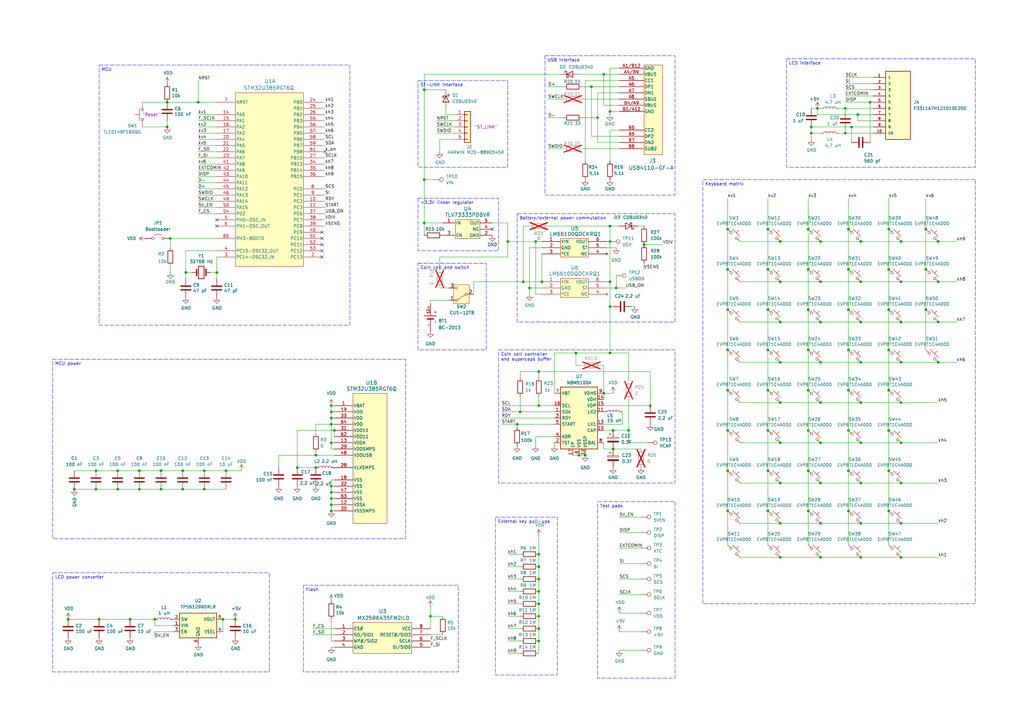
<source format=kicad_sch>
(kicad_sch (version 20250114) (generator "eeschema") (generator_version "9.0")
  (paper "A3")
  (title_block (title "OpenRPNCalc") (date "2025-04-27") (rev "4.0"))
  (text_box "MCU" (at 40.64 26.67 0) (size 102.87 106.68) (margins 0.9525 0.9525 0.9525 0.9525) (stroke (width 0) (type dash)) (effects (font (size 1.27 1.27)) (justify left top)))
  (text_box "Keyboard matrix" (at 288.29 73.66 0) (size 111.76 173.99) (margins 0.9525 0.9525 0.9525 0.9525) (stroke (width 0) (type dash)) (effects (font (size 1.27 1.27)) (justify left top)))
  (text_box "+3.3V linear regulator" (at 171.45 81.28 0) (size 33.02 21.59) (margins 0.9525 0.9525 0.9525 0.9525) (stroke (width 0) (type dash)) (effects (font (size 1.27 1.27)) (justify left top)))
  (text_box "Flash" (at 124.46 240.03 0) (size 63.5 35.56) (margins 0.9525 0.9525 0.9525 0.9525) (stroke (width 0) (type dash)) (effects (font (size 1.27 1.27)) (justify left top)))
  (text_box "LCD interface" (at 322.58 24.13 0) (size 77.47 44.45) (margins 0.9525 0.9525 0.9525 0.9525) (stroke (width 0) (type dash)) (effects (font (size 1.27 1.27)) (justify left top)))
  (text_box "MCU power" (at 21.59 147.32 0) (size 144.78 73.66) (margins 0.9525 0.9525 0.9525 0.9525) (stroke (width 0) (type dash)) (effects (font (size 1.27 1.27)) (justify left top)))
  (text_box "Battery/external power commutation" (at 212.09 87.63 0) (size 64.77 44.45) (margins 0.9525 0.9525 0.9525 0.9525) (stroke (width 0) (type dash)) (effects (font (size 1.27 1.27)) (justify left top)))
  (text_box "Coin cell controller\nand supercaps buffer" (at 204.47 143.51 0) (size 72.39 54.61) (margins 0.9525 0.9525 0.9525 0.9525) (stroke (width 0) (type dash)) (effects (font (size 1.27 1.27)) (justify left top)))
  (text_box "Coin cell and switch" (at 171.45 107.95 0) (size 27.94 35.56) (margins 0.9525 0.9525 0.9525 0.9525) (stroke (width 0) (type dash)) (effects (font (size 1.27 1.27)) (justify left top)))
  (text_box "ST-LINK interface" (at 171.45 33.02 0) (size 36.83 35.56) (margins 0.9525 0.9525 0.9525 0.9525) (stroke (width 0) (type dash)) (effects (font (size 1.27 1.27)) (justify left top)))
  (text_box "Test pads" (at 245.11 205.74 0) (size 31.75 72.39) (margins 0.9525 0.9525 0.9525 0.9525) (stroke (width 0) (type dash)) (effects (font (size 1.27 1.27)) (justify left top)))
  (text_box "LCD power converter" (at 21.59 234.95 0) (size 88.9 40.64) (margins 0.9525 0.9525 0.9525 0.9525) (stroke (width 0) (type dash)) (effects (font (size 1.27 1.27)) (justify left top)))
  (text_box "USB interface" (at 223.52 22.86 0) (size 53.34 57.15) (margins 0.9525 0.9525 0.9525 0.9525) (stroke (width 0) (type dash)) (effects (font (size 1.27 1.27)) (justify left top)))
  (text_box "External key pull-ups" (at 203.2 212.09 0) (size 25.4 64.77) (margins 0.9525 0.9525 0.9525 0.9525) (stroke (width 0) (type dash)) (effects (font (size 1.27 1.27)) (justify left top)))
  (junction (at 347.98 160.02))
  (junction (at 347.98 176.53))
  (junction (at 63.5 254))
  (junction (at 220.98 247.65))
  (junction (at 331.47 127))
  (junction (at 40.64 254))
  (junction (at 336.55 228.6))
  (junction (at 331.47 209.55))
  (junction (at 237.49 186.69))
  (junction (at 81.28 41.91))
  (junction (at 379.73 110.49))
  (junction (at 48.26 200.66))
  (junction (at 384.81 99.06))
  (junction (at 88.9 111.76))
  (junction (at 346.71 44.45))
  (junction (at 314.96 143.51))
  (junction (at 335.28 44.45))
  (junction (at 369.57 132.08))
  (junction (at 314.96 127))
  (junction (at 347.98 193.04))
  (junction (at 298.45 193.04))
  (junction (at 384.81 148.59))
  (junction (at 135.89 199.39))
  (junction (at 250.19 115.57))
  (junction (at 314.96 160.02))
  (junction (at 320.04 148.59))
  (junction (at 320.04 165.1))
  (junction (at 53.34 254))
  (junction (at 69.85 97.79))
  (junction (at 135.89 166.37))
  (junction (at 173.99 73.66))
  (junction (at 137.16 176.53))
  (junction (at 220.98 242.57))
  (junction (at 347.98 93.98))
  (junction (at 27.94 254))
  (junction (at 336.55 165.1))
  (junction (at 220.98 227.33))
  (junction (at 250.19 92.71))
  (junction (at 250.19 45.72))
  (junction (at 347.98 143.51))
  (junction (at 332.74 54.61))
  (junction (at 347.98 209.55))
  (junction (at 212.09 173.99))
  (junction (at 353.06 115.57))
  (junction (at 298.45 143.51))
  (junction (at 320.04 214.63))
  (junction (at 135.89 173.99))
  (junction (at 364.49 193.04))
  (junction (at 83.82 193.04))
  (junction (at 379.73 93.98))
  (junction (at 369.57 181.61))
  (junction (at 135.89 181.61))
  (junction (at 208.28 99.06))
  (junction (at 336.55 148.59))
  (junction (at 83.82 200.66))
  (junction (at 336.55 181.61))
  (junction (at 336.55 115.57))
  (junction (at 353.06 198.12))
  (junction (at 353.06 132.08))
  (junction (at 336.55 132.08))
  (junction (at 353.06 99.06))
  (junction (at 250.19 99.06))
  (junction (at 129.54 186.69))
  (junction (at 129.54 191.77))
  (junction (at 57.15 193.04))
  (junction (at 251.46 176.53))
  (junction (at 135.89 209.55))
  (junction (at 91.44 254))
  (junction (at 336.55 198.12))
  (junction (at 369.57 228.6))
  (junction (at 331.47 93.98))
  (junction (at 217.17 118.11))
  (junction (at 364.49 127))
  (junction (at 74.93 200.66))
  (junction (at 347.98 127))
  (junction (at 236.22 144.78))
  (junction (at 320.04 132.08))
  (junction (at 74.93 193.04))
  (junction (at 331.47 176.53))
  (junction (at 39.37 193.04))
  (junction (at 353.06 181.61))
  (junction (at 353.06 228.6))
  (junction (at 314.96 176.53))
  (junction (at 220.98 232.41))
  (junction (at 356.87 41.91))
  (junction (at 320.04 198.12))
  (junction (at 39.37 200.66))
  (junction (at 48.26 193.04))
  (junction (at 364.49 110.49))
  (junction (at 176.53 252.73))
  (junction (at 68.58 41.91))
  (junction (at 369.57 115.57))
  (junction (at 250.19 125.73))
  (junction (at 242.57 35.56))
  (junction (at 135.89 168.91))
  (junction (at 220.98 257.81))
  (junction (at 66.04 193.04))
  (junction (at 364.49 176.53))
  (junction (at 369.57 148.59))
  (junction (at 213.36 168.91))
  (junction (at 379.73 127))
  (junction (at 220.98 262.89))
  (junction (at 220.98 166.37))
  (junction (at 222.25 115.57))
  (junction (at 173.99 91.44))
  (junction (at 250.19 144.78))
  (junction (at 364.49 209.55))
  (junction (at 257.81 176.53))
  (junction (at 298.45 110.49))
  (junction (at 219.71 99.06))
  (junction (at 331.47 193.04))
  (junction (at 68.58 52.07))
  (junction (at 92.71 193.04))
  (junction (at 135.89 207.01))
  (junction (at 320.04 99.06))
  (junction (at 331.47 110.49))
  (junction (at 336.55 214.63))
  (junction (at 266.7 166.37))
  (junction (at 314.96 193.04))
  (junction (at 298.45 160.02))
  (junction (at 353.06 148.59))
  (junction (at 364.49 143.51))
  (junction (at 298.45 176.53))
  (junction (at 220.98 237.49))
  (junction (at 245.11 48.26))
  (junction (at 331.47 143.51))
  (junction (at 364.49 93.98))
  (junction (at 369.57 165.1))
  (junction (at 353.06 214.63))
  (junction (at 347.98 110.49))
  (junction (at 135.89 171.45))
  (junction (at 252.73 118.11))
  (junction (at 251.46 184.15))
  (junction (at 220.98 252.73))
  (junction (at 384.81 115.57))
  (junction (at 346.71 54.61))
  (junction (at 298.45 93.98))
  (junction (at 264.16 100.33))
  (junction (at 135.89 204.47))
  (junction (at 298.45 127))
  (junction (at 364.49 160.02))
  (junction (at 314.96 209.55))
  (junction (at 76.2 111.76))
  (junction (at 351.79 46.99))
  (junction (at 214.63 115.57))
  (junction (at 121.92 191.77))
  (junction (at 369.57 214.63))
  (junction (at 135.89 201.93))
  (junction (at 247.65 161.29))
  (junction (at 320.04 228.6))
  (junction (at 369.57 198.12))
  (junction (at 57.15 200.66))
  (junction (at 332.74 52.07))
  (junction (at 320.04 115.57))
  (junction (at 384.81 132.08))
  (junction (at 30.48 200.66))
  (junction (at 220.98 152.4))
  (junction (at 369.57 99.06))
  (junction (at 240.03 186.69))
  (junction (at 320.04 181.61))
  (junction (at 331.47 160.02))
  (junction (at 298.45 209.55))
  (junction (at 353.06 165.1))
  (junction (at 349.25 52.07))
  (junction (at 336.55 99.06))
  (junction (at 247.65 30.48))
  (junction (at 173.99 36.83))
  (junction (at 96.52 254))
  (junction (at 314.96 110.49))
  (junction (at 314.96 93.98))
  (junction (at 66.04 200.66))
  (no_connect (at 132.08 105.41))
  (no_connect (at 201.93 93.98))
  (no_connect (at 88.9 92.71))
  (no_connect (at 132.08 97.79))
  (no_connect (at 133.35 62.23))
  (no_connect (at 132.08 95.25))
  (no_connect (at 132.08 102.87))
  (no_connect (at 88.9 90.17))
  (no_connect (at 132.08 100.33))
  (wire (pts (xy 336.55 165.1) (xy 353.06 165.1)))
  (wire (pts (xy 351.79 49.53) (xy 351.79 46.99)))
  (wire (pts (xy 369.57 99.06) (xy 384.81 99.06)))
  (wire (pts (xy 250.19 27.94) (xy 250.19 45.72)))
  (wire (pts (xy 314.96 143.51) (xy 314.96 127)))
  (wire (pts (xy 353.06 198.12) (xy 369.57 198.12)))
  (wire (pts (xy 219.71 99.06) (xy 222.25 99.06)))
  (wire (pts (xy 250.19 125.73) (xy 250.19 144.78)))
  (wire (pts (xy 81.28 87.63) (xy 88.9 87.63)))
  (wire (pts (xy 81.28 80.01) (xy 88.9 80.01)))
  (wire (pts (xy 135.89 196.85) (xy 135.89 199.39)))
  (wire (pts (xy 251.46 184.15) (xy 262.89 184.15)))
  (wire (pts (xy 332.74 52.07) (xy 332.74 54.61)))
  (wire (pts (xy 247.65 181.61) (xy 247.65 184.15)))
  (wire (pts (xy 213.36 168.91) (xy 227.33 168.91)))
  (wire (pts (xy 81.28 85.09) (xy 88.9 85.09)))
  (wire (pts (xy 135.89 201.93) (xy 135.89 204.47)))
  (wire (pts (xy 220.98 237.49) (xy 220.98 242.57)))
  (wire (pts (xy 358.14 39.37) (xy 346.71 39.37)))
  (wire (pts (xy 353.06 99.06) (xy 369.57 99.06)))
  (wire (pts (xy 353.06 165.1) (xy 369.57 165.1)))
  (wire (pts (xy 220.98 257.81) (xy 220.98 262.89)))
  (wire (pts (xy 173.99 30.48) (xy 229.87 30.48)))
  (wire (pts (xy 245.11 58.42) (xy 254 58.42)))
  (wire (pts (xy 208.28 262.89) (xy 213.36 262.89)))
  (wire (pts (xy 135.89 166.37) (xy 137.16 166.37)))
  (wire (pts (xy 238.76 48.26) (xy 245.11 48.26)))
  (wire (pts (xy 344.17 54.61) (xy 346.71 54.61)))
  (wire (pts (xy 173.99 30.48) (xy 173.99 36.83)))
  (wire (pts (xy 347.98 209.55) (xy 347.98 223.52)))
  (wire (pts (xy 336.55 228.6) (xy 353.06 228.6)))
  (wire (pts (xy 364.49 193.04) (xy 364.49 209.55)))
  (wire (pts (xy 247.65 173.99) (xy 255.27 173.99)))
  (wire (pts (xy 384.81 115.57) (xy 392.43 115.57)))
  (wire (pts (xy 364.49 93.98) (xy 364.49 110.49)))
  (wire (pts (xy 346.71 44.45) (xy 358.14 44.45)))
  (wire (pts (xy 238.76 35.56) (xy 242.57 35.56)))
  (wire (pts (xy 298.45 193.04) (xy 298.45 209.55)))
  (wire (pts (xy 176.53 124.46) (xy 176.53 123.19)))
  (wire (pts (xy 247.65 149.86) (xy 247.65 161.29)))
  (wire (pts (xy 245.11 38.1) (xy 245.11 48.26)))
  (wire (pts (xy 320.04 228.6) (xy 336.55 228.6)))
  (wire (pts (xy 135.89 207.01) (xy 137.16 207.01)))
  (wire (pts (xy 379.73 81.28) (xy 379.73 93.98)))
  (wire (pts (xy 236.22 144.78) (xy 236.22 149.86)))
  (wire (pts (xy 320.04 165.1) (xy 336.55 165.1)))
  (wire (pts (xy 114.3 186.69) (xy 114.3 191.77)))
  (wire (pts (xy 331.47 209.55) (xy 331.47 223.52)))
  (wire (pts (xy 76.2 111.76) (xy 76.2 114.3)))
  (wire (pts (xy 298.45 143.51) (xy 298.45 160.02)))
  (wire (pts (xy 53.34 254) (xy 63.5 254)))
  (wire (pts (xy 346.71 54.61) (xy 358.14 54.61)))
  (wire (pts (xy 133.35 41.91) (xy 132.08 41.91)))
  (wire (pts (xy 335.28 46.99) (xy 335.28 44.45)))
  (wire (pts (xy 379.73 110.49) (xy 379.73 127)))
  (wire (pts (xy 347.98 110.49) (xy 347.98 127)))
  (wire (pts (xy 347.98 93.98) (xy 347.98 81.28)))
  (wire (pts (xy 331.47 93.98) (xy 331.47 81.28)))
  (wire (pts (xy 245.11 38.1) (xy 254 38.1)))
  (wire (pts (xy 137.16 176.53) (xy 137.16 179.07)))
  (wire (pts (xy 88.9 114.3) (xy 88.9 111.76)))
  (wire (pts (xy 356.87 41.91) (xy 346.71 41.91)))
  (wire (pts (xy 222.25 104.14) (xy 222.25 115.57)))
  (wire (pts (xy 135.89 181.61) (xy 137.16 181.61)))
  (wire (pts (xy 208.28 267.97) (xy 213.36 267.97)))
  (wire (pts (xy 250.19 45.72) (xy 250.19 46.99)))
  (wire (pts (xy 331.47 127) (xy 331.47 143.51)))
  (wire (pts (xy 250.19 92.71) (xy 254 92.71)))
  (wire (pts (xy 384.81 132.08) (xy 392.43 132.08)))
  (wire (pts (xy 254 251.46) (xy 262.89 251.46)))
  (wire (pts (xy 208.28 257.81) (xy 213.36 257.81)))
  (wire (pts (xy 135.89 173.99) (xy 137.16 173.99)))
  (wire (pts (xy 133.35 77.47) (xy 132.08 77.47)))
  (wire (pts (xy 252.73 118.11) (xy 256.54 118.11)))
  (wire (pts (xy 314.96 127) (xy 314.96 110.49)))
  (wire (pts (xy 247.65 166.37) (xy 266.7 166.37)))
  (wire (pts (xy 214.63 92.71) (xy 214.63 115.57)))
  (wire (pts (xy 358.14 36.83) (xy 346.71 36.83)))
  (wire (pts (xy 69.85 101.6) (xy 69.85 97.79)))
  (wire (pts (xy 83.82 200.66) (xy 92.71 200.66)))
  (wire (pts (xy 135.89 199.39) (xy 135.89 201.93)))
  (wire (pts (xy 250.19 144.78) (xy 257.81 144.78)))
  (wire (pts (xy 176.53 252.73) (xy 181.61 252.73)))
  (wire (pts (xy 133.35 46.99) (xy 132.08 46.99)))
  (wire (pts (xy 81.28 46.99) (xy 88.9 46.99)))
  (wire (pts (xy 314.96 193.04) (xy 314.96 176.53)))
  (wire (pts (xy 86.36 111.76) (xy 88.9 111.76)))
  (wire (pts (xy 68.58 49.53) (xy 68.58 52.07)))
  (wire (pts (xy 314.96 110.49) (xy 314.96 93.98)))
  (wire (pts (xy 336.55 181.61) (xy 353.06 181.61)))
  (wire (pts (xy 133.35 72.39) (xy 132.08 72.39)))
  (wire (pts (xy 347.98 193.04) (xy 347.98 209.55)))
  (wire (pts (xy 303.53 228.6) (xy 320.04 228.6)))
  (wire (pts (xy 135.89 168.91) (xy 135.89 171.45)))
  (wire (pts (xy 303.53 148.59) (xy 320.04 148.59)))
  (wire (pts (xy 186.69 54.61) (xy 179.07 54.61)))
  (wire (pts (xy 265.43 181.61) (xy 257.81 181.61)))
  (wire (pts (xy 242.57 55.88) (xy 254 55.88)))
  (wire (pts (xy 224.79 48.26) (xy 231.14 48.26)))
  (wire (pts (xy 257.81 181.61) (xy 257.81 176.53)))
  (wire (pts (xy 63.5 259.08) (xy 71.12 259.08)))
  (wire (pts (xy 135.89 171.45) (xy 137.16 171.45)))
  (wire (pts (xy 336.55 198.12) (xy 353.06 198.12)))
  (wire (pts (xy 369.57 115.57) (xy 384.81 115.57)))
  (wire (pts (xy 242.57 35.56) (xy 254 35.56)))
  (wire (pts (xy 133.35 82.55) (xy 132.08 82.55)))
  (wire (pts (xy 133.35 54.61) (xy 132.08 54.61)))
  (wire (pts (xy 347.98 160.02) (xy 347.98 176.53)))
  (wire (pts (xy 353.06 214.63) (xy 369.57 214.63)))
  (wire (pts (xy 182.88 46.99) (xy 182.88 44.45)))
  (wire (pts (xy 220.98 262.89) (xy 220.98 267.97)))
  (wire (pts (xy 298.45 93.98) (xy 298.45 81.28)))
  (wire (pts (xy 81.28 54.61) (xy 88.9 54.61)))
  (wire (pts (xy 264.16 100.33) (xy 271.78 100.33)))
  (wire (pts (xy 81.28 74.93) (xy 88.9 74.93)))
  (wire (pts (xy 369.57 198.12) (xy 384.81 198.12)))
  (wire (pts (xy 180.34 57.15) (xy 180.34 62.23)))
  (wire (pts (xy 247.65 161.29) (xy 247.65 163.83)))
  (wire (pts (xy 250.19 53.34) (xy 250.19 66.04)))
  (wire (pts (xy 135.89 209.55) (xy 137.16 209.55)))
  (wire (pts (xy 176.53 123.19) (xy 184.15 123.19)))
  (wire (pts (xy 384.81 148.59) (xy 392.43 148.59)))
  (wire (pts (xy 81.28 64.77) (xy 88.9 64.77)))
  (wire (pts (xy 208.28 247.65) (xy 213.36 247.65)))
  (wire (pts (xy 58.42 41.91) (xy 68.58 41.91)))
  (wire (pts (xy 356.87 58.42) (xy 356.87 41.91)))
  (wire (pts (xy 298.45 110.49) (xy 298.45 127)))
  (wire (pts (xy 379.73 93.98) (xy 379.73 110.49)))
  (wire (pts (xy 205.74 173.99) (xy 212.09 173.99)))
  (wire (pts (xy 121.92 191.77) (xy 129.54 191.77)))
  (wire (pts (xy 320.04 115.57) (xy 336.55 115.57)))
  (wire (pts (xy 298.45 127) (xy 298.45 143.51)))
  (wire (pts (xy 81.28 69.85) (xy 88.9 69.85)))
  (wire (pts (xy 314.96 176.53) (xy 314.96 160.02)))
  (wire (pts (xy 91.44 254) (xy 96.52 254)))
  (wire (pts (xy 63.5 259.08) (xy 63.5 261.62)))
  (wire (pts (xy 369.57 148.59) (xy 384.81 148.59)))
  (wire (pts (xy 129.54 173.99) (xy 135.89 173.99)))
  (wire (pts (xy 173.99 91.44) (xy 173.99 96.52)))
  (wire (pts (xy 66.04 193.04) (xy 74.93 193.04)))
  (wire (pts (xy 353.06 181.61) (xy 369.57 181.61)))
  (wire (pts (xy 217.17 118.11) (xy 222.25 118.11)))
  (wire (pts (xy 176.53 248.92) (xy 176.53 252.73)))
  (wire (pts (xy 132.08 92.71) (xy 133.35 92.71)))
  (wire (pts (xy 219.71 99.06) (xy 219.71 120.65)))
  (wire (pts (xy 173.99 91.44) (xy 181.61 91.44)))
  (wire (pts (xy 214.63 115.57) (xy 222.25 115.57)))
  (wire (pts (xy 247.65 176.53) (xy 251.46 176.53)))
  (wire (pts (xy 247.65 43.18) (xy 254 43.18)))
  (wire (pts (xy 78.74 111.76) (xy 76.2 111.76)))
  (wire (pts (xy 186.69 52.07) (xy 179.07 52.07)))
  (wire (pts (xy 254 259.08) (xy 262.89 259.08)))
  (wire (pts (xy 369.57 228.6) (xy 384.81 228.6)))
  (wire (pts (xy 369.57 165.1) (xy 384.81 165.1)))
  (wire (pts (xy 364.49 209.55) (xy 364.49 223.52)))
  (wire (pts (xy 364.49 110.49) (xy 364.49 127)))
  (wire (pts (xy 48.26 200.66) (xy 57.15 200.66)))
  (wire (pts (xy 217.17 101.6) (xy 222.25 101.6)))
  (wire (pts (xy 369.57 181.61) (xy 384.81 181.61)))
  (wire (pts (xy 182.88 46.99) (xy 186.69 46.99)))
  (wire (pts (xy 252.73 113.03) (xy 252.73 118.11)))
  (wire (pts (xy 247.65 161.29) (xy 251.46 161.29)))
  (wire (pts (xy 135.89 204.47) (xy 137.16 204.47)))
  (wire (pts (xy 135.89 173.99) (xy 135.89 181.61)))
  (wire (pts (xy 227.33 182.88) (xy 227.33 181.61)))
  (wire (pts (xy 358.14 34.29) (xy 346.71 34.29)))
  (wire (pts (xy 220.98 152.4) (xy 220.98 154.94)))
  (wire (pts (xy 180.34 57.15) (xy 186.69 57.15)))
  (wire (pts (xy 336.55 44.45) (xy 335.28 44.45)))
  (wire (pts (xy 63.5 256.54) (xy 71.12 256.54)))
  (wire (pts (xy 57.15 200.66) (xy 66.04 200.66)))
  (wire (pts (xy 39.37 200.66) (xy 48.26 200.66)))
  (wire (pts (xy 251.46 125.73) (xy 250.19 125.73)))
  (wire (pts (xy 88.9 41.91) (xy 81.28 41.91)))
  (wire (pts (xy 331.47 160.02) (xy 331.47 176.53)))
  (wire (pts (xy 220.98 247.65) (xy 220.98 252.73)))
  (wire (pts (xy 208.28 242.57) (xy 213.36 242.57)))
  (wire (pts (xy 208.28 99.06) (xy 219.71 99.06)))
  (wire (pts (xy 314.96 209.55) (xy 314.96 223.52)))
  (wire (pts (xy 298.45 209.55) (xy 298.45 223.52)))
  (wire (pts (xy 213.36 152.4) (xy 220.98 152.4)))
  (wire (pts (xy 384.81 99.06) (xy 392.43 99.06)))
  (wire (pts (xy 260.35 125.73) (xy 259.08 125.73)))
  (wire (pts (xy 135.89 262.89) (xy 137.16 262.89)))
  (wire (pts (xy 261.62 92.71) (xy 264.16 92.71)))
  (wire (pts (xy 224.79 40.64) (xy 231.14 40.64)))
  (wire (pts (xy 88.9 105.41) (xy 88.9 111.76)))
  (wire (pts (xy 69.85 97.79) (xy 88.9 97.79)))
  (wire (pts (xy 369.57 214.63) (xy 384.81 214.63)))
  (wire (pts (xy 250.19 99.06) (xy 248.92 99.06)))
  (wire (pts (xy 220.98 219.71) (xy 220.98 227.33)))
  (wire (pts (xy 298.45 160.02) (xy 298.45 176.53)))
  (wire (pts (xy 353.06 115.57) (xy 369.57 115.57)))
  (wire (pts (xy 91.44 254) (xy 91.44 259.08)))
  (wire (pts (xy 213.36 152.4) (xy 213.36 154.94)))
  (wire (pts (xy 254 237.49) (xy 262.89 237.49)))
  (wire (pts (xy 68.58 41.91) (xy 81.28 41.91)))
  (wire (pts (xy 40.64 254) (xy 27.94 254)))
  (wire (pts (xy 250.19 115.57) (xy 248.92 115.57)))
  (wire (pts (xy 257.81 144.78) (xy 257.81 156.21)))
  (wire (pts (xy 234.95 186.69) (xy 237.49 186.69)))
  (wire (pts (xy 347.98 93.98) (xy 347.98 110.49)))
  (wire (pts (xy 349.25 52.07) (xy 358.14 52.07)))
  (wire (pts (xy 81.28 77.47) (xy 88.9 77.47)))
  (wire (pts (xy 208.28 237.49) (xy 213.36 237.49)))
  (wire (pts (xy 135.89 201.93) (xy 137.16 201.93)))
  (wire (pts (xy 205.74 168.91) (xy 213.36 168.91)))
  (wire (pts (xy 245.11 48.26) (xy 245.11 58.42)))
  (wire (pts (xy 133.35 49.53) (xy 132.08 49.53)))
  (wire (pts (xy 250.19 99.06) (xy 250.19 115.57)))
  (wire (pts (xy 173.99 73.66) (xy 173.99 91.44)))
  (wire (pts (xy 250.19 27.94) (xy 254 27.94)))
  (wire (pts (xy 335.28 46.99) (xy 351.79 46.99)))
  (wire (pts (xy 205.74 171.45) (xy 227.33 171.45)))
  (wire (pts (xy 320.04 148.59) (xy 336.55 148.59)))
  (wire (pts (xy 194.31 115.57) (xy 194.31 120.65)))
  (wire (pts (xy 83.82 193.04) (xy 92.71 193.04)))
  (wire (pts (xy 353.06 148.59) (xy 369.57 148.59)))
  (wire (pts (xy 346.71 45.72) (xy 346.71 44.45)))
  (wire (pts (xy 81.28 49.53) (xy 88.9 49.53)))
  (wire (pts (xy 66.04 200.66) (xy 74.93 200.66)))
  (wire (pts (xy 336.55 148.59) (xy 353.06 148.59)))
  (wire (pts (xy 238.76 60.96) (xy 254 60.96)))
  (wire (pts (xy 224.79 60.96) (xy 231.14 60.96)))
  (wire (pts (xy 135.89 204.47) (xy 135.89 207.01)))
  (wire (pts (xy 336.55 214.63) (xy 353.06 214.63)))
  (wire (pts (xy 369.57 132.08) (xy 353.06 132.08)))
  (wire (pts (xy 332.74 44.45) (xy 335.28 44.45)))
  (wire (pts (xy 133.35 59.69) (xy 132.08 59.69)))
  (wire (pts (xy 69.85 111.76) (xy 69.85 109.22)))
  (wire (pts (xy 39.37 193.04) (xy 48.26 193.04)))
  (wire (pts (xy 364.49 160.02) (xy 364.49 176.53)))
  (wire (pts (xy 331.47 193.04) (xy 331.47 209.55)))
  (wire (pts (xy 220.98 166.37) (xy 227.33 166.37)))
  (wire (pts (xy 30.48 200.66) (xy 39.37 200.66)))
  (wire (pts (xy 320.04 99.06) (xy 336.55 99.06)))
  (wire (pts (xy 219.71 120.65) (xy 222.25 120.65)))
  (wire (pts (xy 133.35 44.45) (xy 132.08 44.45)))
  (wire (pts (xy 247.65 184.15) (xy 251.46 184.15)))
  (wire (pts (xy 173.99 36.83) (xy 182.88 36.83)))
  (wire (pts (xy 364.49 127) (xy 364.49 143.51)))
  (wire (pts (xy 205.74 166.37) (xy 220.98 166.37)))
  (wire (pts (xy 314.96 209.55) (xy 314.96 193.04)))
  (wire (pts (xy 331.47 93.98) (xy 331.47 110.49)))
  (wire (pts (xy 257.81 163.83) (xy 257.81 176.53)))
  (wire (pts (xy 364.49 93.98) (xy 364.49 81.28)))
  (wire (pts (xy 331.47 176.53) (xy 331.47 193.04)))
  (wire (pts (xy 251.46 176.53) (xy 257.81 176.53)))
  (wire (pts (xy 298.45 176.53) (xy 298.45 193.04)))
  (wire (pts (xy 81.28 41.91) (xy 81.28 33.02)))
  (wire (pts (xy 135.89 196.85) (xy 137.16 196.85)))
  (wire (pts (xy 336.55 99.06) (xy 353.06 99.06)))
  (wire (pts (xy 220.98 162.56) (xy 220.98 166.37)))
  (wire (pts (xy 220.98 252.73) (xy 220.98 257.81)))
  (wire (pts (xy 220.98 232.41) (xy 220.98 237.49)))
  (wire (pts (xy 176.53 260.35) (xy 181.61 260.35)))
  (wire (pts (xy 135.89 265.43) (xy 137.16 265.43)))
  (wire (pts (xy 224.79 35.56) (xy 231.14 35.56)))
  (wire (pts (xy 180.34 105.41) (xy 180.34 110.49)))
  (wire (pts (xy 81.28 57.15) (xy 88.9 57.15)))
  (wire (pts (xy 250.19 53.34) (xy 254 53.34)))
  (wire (pts (xy 220.98 227.33) (xy 220.98 232.41)))
  (wire (pts (xy 129.54 186.69) (xy 129.54 185.42)))
  (wire (pts (xy 264.16 107.95) (xy 264.16 110.49)))
  (wire (pts (xy 214.63 92.71) (xy 217.17 92.71)))
  (wire (pts (xy 68.58 52.07) (xy 58.42 52.07)))
  (wire (pts (xy 121.92 176.53) (xy 121.92 191.77)))
  (wire (pts (xy 219.71 179.07) (xy 227.33 179.07)))
  (wire (pts (xy 240.03 33.02) (xy 254 33.02)))
  (wire (pts (xy 132.08 90.17) (xy 133.35 90.17)))
  (wire (pts (xy 250.19 115.57) (xy 250.19 125.73)))
  (wire (pts (xy 208.28 227.33) (xy 213.36 227.33)))
  (wire (pts (xy 250.19 92.71) (xy 250.19 99.06)))
  (wire (pts (xy 176.53 252.73) (xy 176.53 257.81)))
  (wire (pts (xy 254 243.84) (xy 262.89 243.84)))
  (wire (pts (xy 57.15 193.04) (xy 66.04 193.04)))
  (wire (pts (xy 266.7 152.4) (xy 266.7 166.37)))
  (wire (pts (xy 351.79 46.99) (xy 358.14 46.99)))
  (wire (pts (xy 314.96 160.02) (xy 314.96 143.51)))
  (wire (pts (xy 212.09 173.99) (xy 212.09 175.26)))
  (wire (pts (xy 303.53 99.06) (xy 320.04 99.06)))
  (wire (pts (xy 133.35 62.23) (xy 132.08 62.23)))
  (wire (pts (xy 81.28 82.55) (xy 88.9 82.55)))
  (wire (pts (xy 254 231.14) (xy 262.89 231.14)))
  (wire (pts (xy 364.49 143.51) (xy 364.49 160.02)))
  (wire (pts (xy 314.96 93.98) (xy 314.96 81.28)))
  (wire (pts (xy 248.92 118.11) (xy 252.73 118.11)))
  (wire (pts (xy 135.89 184.15) (xy 137.16 184.15)))
  (wire (pts (xy 129.54 173.99) (xy 129.54 177.8)))
  (wire (pts (xy 135.89 171.45) (xy 135.89 173.99)))
  (wire (pts (xy 133.35 64.77) (xy 132.08 64.77)))
  (wire (pts (xy 240.03 33.02) (xy 240.03 66.04)))
  (wire (pts (xy 331.47 110.49) (xy 331.47 127)))
  (wire (pts (xy 180.34 105.41) (xy 208.28 105.41)))
  (wire (pts (xy 320.04 132.08) (xy 336.55 132.08)))
  (wire (pts (xy 74.93 193.04) (xy 83.82 193.04)))
  (wire (pts (xy 201.93 91.44) (xy 208.28 91.44)))
  (wire (pts (xy 336.55 132.08) (xy 353.06 132.08)))
  (wire (pts (xy 254 218.44) (xy 262.89 218.44)))
  (wire (pts (xy 48.26 193.04) (xy 57.15 193.04)))
  (wire (pts (xy 129.54 186.69) (xy 137.16 186.69)))
  (wire (pts (xy 208.28 232.41) (xy 213.36 232.41)))
  (wire (pts (xy 173.99 36.83) (xy 173.99 73.66)))
  (wire (pts (xy 208.28 99.06) (xy 208.28 91.44)))
  (wire (pts (xy 128.27 260.35) (xy 137.16 260.35)))
  (wire (pts (xy 236.22 144.78) (xy 250.19 144.78)))
  (wire (pts (xy 332.74 54.61) (xy 332.74 57.15)))
  (wire (pts (xy 358.14 49.53) (xy 351.79 49.53)))
  (wire (pts (xy 133.35 67.31) (xy 132.08 67.31)))
  (wire (pts (xy 353.06 228.6) (xy 369.57 228.6)))
  (wire (pts (xy 76.2 102.87) (xy 88.9 102.87)))
  (wire (pts (xy 247.65 30.48) (xy 247.65 43.18)))
  (wire (pts (xy 133.35 57.15) (xy 132.08 57.15)))
  (wire (pts (xy 220.98 242.57) (xy 220.98 247.65)))
  (wire (pts (xy 227.33 144.78) (xy 227.33 161.29)))
  (wire (pts (xy 346.71 53.34) (xy 346.71 54.61)))
  (wire (pts (xy 246.38 149.86) (xy 247.65 149.86)))
  (wire (pts (xy 220.98 152.4) (xy 266.7 152.4)))
  (wire (pts (xy 53.34 254) (xy 40.64 254)))
  (wire (pts (xy 74.93 200.66) (xy 83.82 200.66)))
  (wire (pts (xy 320.04 198.12) (xy 336.55 198.12)))
  (wire (pts (xy 76.2 102.87) (xy 76.2 111.76)))
  (wire (pts (xy 128.27 257.81) (xy 137.16 257.81)))
  (wire (pts (xy 349.25 58.42) (xy 349.25 52.07)))
  (wire (pts (xy 254 224.79) (xy 262.89 224.79)))
  (wire (pts (xy 133.35 69.85) (xy 132.08 69.85)))
  (wire (pts (xy 347.98 176.53) (xy 347.98 193.04)))
  (wire (pts (xy 217.17 118.11) (xy 217.17 120.65)))
  (wire (pts (xy 135.89 168.91) (xy 137.16 168.91)))
  (wire (pts (xy 320.04 181.61) (xy 336.55 181.61)))
  (wire (pts (xy 358.14 41.91) (xy 356.87 41.91)))
  (wire (pts (xy 303.53 181.61) (xy 320.04 181.61)))
  (wire (pts (xy 133.35 85.09) (xy 132.08 85.09)))
  (wire (pts (xy 347.98 127) (xy 347.98 143.51)))
  (wire (pts (xy 208.28 99.06) (xy 208.28 105.41)))
  (wire (pts (xy 344.17 44.45) (xy 346.71 44.45)))
  (wire (pts (xy 332.74 52.07) (xy 349.25 52.07)))
  (wire (pts (xy 331.47 143.51) (xy 331.47 160.02)))
  (wire (pts (xy 135.89 199.39) (xy 137.16 199.39)))
  (wire (pts (xy 236.22 149.86) (xy 238.76 149.86)))
  (wire (pts (xy 227.33 144.78) (xy 236.22 144.78)))
  (wire (pts (xy 238.76 40.64) (xy 254 40.64)))
  (wire (pts (xy 92.71 193.04) (xy 99.06 193.04)))
  (wire (pts (xy 303.53 132.08) (xy 320.04 132.08)))
  (wire (pts (xy 224.79 92.71) (xy 250.19 92.71)))
  (wire (pts (xy 81.28 59.69) (xy 88.9 59.69)))
  (wire (pts (xy 303.53 214.63) (xy 320.04 214.63)))
  (wire (pts (xy 303.53 165.1) (xy 320.04 165.1)))
  (wire (pts (xy 219.71 182.88) (xy 219.71 179.07)))
  (wire (pts (xy 248.92 101.6) (xy 252.73 101.6)))
  (wire (pts (xy 247.65 30.48) (xy 254 30.48)))
  (wire (pts (xy 298.45 110.49) (xy 298.45 93.98)))
  (wire (pts (xy 320.04 214.63) (xy 336.55 214.63)))
  (wire (pts (xy 135.89 166.37) (xy 135.89 168.91)))
  (wire (pts (xy 173.99 73.66) (xy 177.8 73.66)))
  (wire (pts (xy 81.28 67.31) (xy 88.9 67.31)))
  (wire (pts (xy 132.08 80.01) (xy 133.35 80.01)))
  (wire (pts (xy 336.55 115.57) (xy 353.06 115.57)))
  (wire (pts (xy 347.98 143.51) (xy 347.98 160.02)))
  (wire (pts (xy 369.57 132.08) (xy 384.81 132.08)))
  (wire (pts (xy 135.89 254) (xy 135.89 262.89)))
  (wire (pts (xy 135.89 181.61) (xy 135.89 184.15)))
  (wire (pts (xy 133.35 52.07) (xy 132.08 52.07)))
  (wire (pts (xy 358.14 31.75) (xy 346.71 31.75)))
  (wire (pts (xy 379.73 127) (xy 379.73 143.51)))
  (wire (pts (xy 88.9 62.23) (xy 81.28 62.23)))
  (wire (pts (xy 217.17 101.6) (xy 217.17 118.11)))
  (wire (pts (xy 133.35 87.63) (xy 132.08 87.63)))
  (wire (pts (xy 237.49 186.69) (xy 240.03 186.69)))
  (wire (pts (xy 336.55 54.61) (xy 332.74 54.61)))
  (wire (pts (xy 81.28 52.07) (xy 88.9 52.07)))
  (wire (pts (xy 242.57 35.56) (xy 242.57 55.88)))
  (wire (pts (xy 303.53 115.57) (xy 320.04 115.57)))
  (wire (pts (xy 180.34 118.11) (xy 184.15 118.11)))
  (wire (pts (xy 250.19 45.72) (xy 254 45.72)))
  (wire (pts (xy 255.27 168.91) (xy 255.27 173.99)))
  (wire (pts (xy 63.5 254) (xy 63.5 256.54)))
  (wire (pts (xy 303.53 198.12) (xy 320.04 198.12)))
  (wire (pts (xy 364.49 176.53) (xy 364.49 193.04)))
  (wire (pts (xy 114.3 186.69) (xy 129.54 186.69)))
  (wire (pts (xy 237.49 30.48) (xy 247.65 30.48)))
  (wire (pts (xy 254 212.09) (xy 262.89 212.09)))
  (wire (pts (xy 81.28 72.39) (xy 88.9 72.39)))
  (wire (pts (xy 194.31 115.57) (xy 214.63 115.57)))
  (wire (pts (xy 121.92 176.53) (xy 137.16 176.53)))
  (wire (pts (xy 179.07 49.53) (xy 186.69 49.53)))
  (wire (pts (xy 208.28 252.73) (xy 213.36 252.73)))
  (wire (pts (xy 213.36 162.56) (xy 213.36 168.91)))
  (wire (pts (xy 254 266.7) (xy 262.89 266.7)))
  (wire (pts (xy 135.89 207.01) (xy 135.89 209.55)))
  (wire (pts (xy 30.48 193.04) (xy 39.37 193.04)))
  (wire (pts (xy 212.09 173.99) (xy 227.33 173.99)))
  (label "kh7" (at 208.28 257.81 0))
  (label "VSENS" (at 264.16 110.49 0))
  (label "D+" (at 224.79 35.56 0))
  (label "kv1" (at 81.28 46.99 0))
  (label "kh7" (at 392.43 132.08 0))
  (label "NRST" (at 81.28 33.02 0))
  (label "kh4" (at 208.28 242.57 0))
  (label "kv2" (at 81.28 52.07 0))
  (label "kh5" (at 133.35 52.07 0))
  (label "SWCLK" (at 179.07 52.07 0))
  (label "kv4" (at 81.28 57.15 0))
  (label "kv1" (at 298.45 81.28 0))
  (label "kh4" (at 133.35 49.53 0))
  (label "F_CS" (at 81.28 87.63 0))
  (label "RDY" (at 205.74 171.45 0))
  (label "SWDIO" (at 179.07 54.61 0))
  (label "SWCLK" (at 224.79 40.64 0))
  (label "SDA" (at 205.74 168.91 0))
  (label "DISP" (at 346.71 41.91 0))
  (label "kh9" (at 392.43 99.06 0))
  (label "5V_EN" (at 63.5 261.62 0))
  (label "SCS" (at 254 237.49 0))
  (label "kh1" (at 208.28 227.33 0))
  (label "kh3" (at 384.81 198.12 0))
  (label "F_SI" (at 176.53 265.43 0))
  (label "EXTCOMIN" (at 346.71 39.37 0))
  (label "kh3" (at 208.28 237.49 0))
  (label "kh8" (at 208.28 262.89 0))
  (label "SDA" (at 133.35 59.69 0))
  (label "D-" (at 224.79 48.26 0))
  (label "kv6" (at 81.28 67.31 0))
  (label "kh3" (at 133.35 46.99 0))
  (label "SCLK" (at 254 243.84 0))
  (label "5V_EN" (at 81.28 85.09 0))
  (label "F_CS" (at 128.27 257.81 0))
  (label "kh9" (at 133.35 72.39 0))
  (label "SI" (at 346.71 34.29 0))
  (label "SCL" (at 133.35 57.15 0))
  (label "VDIV" (at 271.78 100.33 0))
  (label "SWCLK" (at 81.28 82.55 0))
  (label "SI" (at 254 231.14 0))
  (label "kh1" (at 384.81 228.6 0))
  (label "SCL" (at 205.74 166.37 0))
  (label "D+" (at 81.28 77.47 0))
  (label "SWDIO" (at 81.28 80.01 0))
  (label "kv4" (at 347.98 81.28 0))
  (label "kh1" (at 133.35 41.91 0))
  (label "kv5" (at 364.49 81.28 0))
  (label "EXTCOMIN" (at 254 224.79 0))
  (label "START" (at 205.74 173.99 0))
  (label "DISP" (at 254 218.44 0))
  (label "5V_EN" (at 254 212.09 0))
  (label "kh7" (at 133.35 67.31 0))
  (label "D-" (at 81.28 74.93 0))
  (label "kh6" (at 392.43 148.59 0))
  (label "kh9" (at 208.28 267.97 0))
  (label "F_SO" (at 81.28 62.23 0))
  (label "USB_ON" (at 256.54 118.11 0))
  (label "SI" (at 133.35 80.01 0))
  (label "NRST" (at 179.07 49.53 0))
  (label "kh4" (at 384.81 181.61 0))
  (label "VSENS" (at 133.35 92.71 0))
  (label "kv2" (at 314.96 81.28 0))
  (label "EXTCOMIN" (at 81.28 69.85 0))
  (label "SCLK" (at 346.71 31.75 0))
  (label "kv6" (at 379.73 81.28 0))
  (label "DISP" (at 81.28 72.39 0))
  (label "USB_ON" (at 133.35 87.63 0))
  (label "SWDIO" (at 224.79 60.96 0))
  (label "SCS" (at 346.71 36.83 0))
  (label "F_SO" (at 128.27 260.35 0))
  (label "kh5" (at 208.28 247.65 0))
  (label "kv3" (at 331.47 81.28 0))
  (label "kh2" (at 208.28 232.41 0))
  (label "kh5" (at 384.81 165.1 0))
  (label "F_SI" (at 81.28 64.77 0))
  (label "kh2" (at 384.81 214.63 0))
  (label "k_on" (at 133.35 62.23 0))
  (label "kh8" (at 133.35 69.85 0))
  (label "RDY" (at 133.35 82.55 0))
  (label "kv3" (at 81.28 54.61 0))
  (label "kh8" (at 392.43 115.57 0))
  (label "kv5" (at 81.28 59.69 0))
  (label "F_SCLK" (at 81.28 49.53 0))
  (label "SCLK" (at 133.35 64.77 0))
  (label "kh6" (at 208.28 252.73 0))
  (label "kh6" (at 133.35 54.61 0))
  (label "kh2" (at 133.35 44.45 0))
  (label "F_SCLK" (at 176.53 262.89 0))
  (label "VDIV" (at 133.35 90.17 0))
  (label "SCS" (at 133.35 77.47 0))
  (label "START" (at 133.35 85.09 0))
  (symbol (lib_id "Switch:SW_Push_45deg") (at 300.99 96.52 0) (unit 1)
    (property "Reference" "SW3" (at 300.99 89.3826 0))
    (property "Value" "EVPBT1C4A000" (at 300.99 91.694 0))
    (property "Footprint" "footprints:SW_SPST_EVQQ2" (effects (hide yes)))
  )
  (symbol (lib_id "Switch:SW_Push_45deg") (at 317.5 96.52 0) (unit 1)
    (property "Reference" "SW12" (at 317.5 89.3826 0))
    (property "Value" "EVPBT1C4A000" (at 317.5 91.694 0))
    (property "Footprint" "footprints:SW_SPST_EVQQ2" (effects (hide yes)))
  )
  (symbol (lib_id "Switch:SW_Push_45deg") (at 334.01 96.52 0) (unit 1)
    (property "Reference" "SW21" (at 334.01 89.3826 0))
    (property "Value" "EVPBT1C4A000" (at 334.01 91.694 0))
    (property "Footprint" "footprints:SW_SPST_EVQQ2" (effects (hide yes)))
  )
  (symbol (lib_id "Switch:SW_Push_45deg") (at 350.52 96.52 0) (unit 1)
    (property "Reference" "SW30" (at 350.52 89.3826 0))
    (property "Value" "EVPBT1C4A000" (at 350.52 91.694 0))
    (property "Footprint" "footprints:SW_SPST_EVQQ2" (effects (hide yes)))
  )
  (symbol (lib_id "Switch:SW_Push_45deg") (at 367.03 96.52 0) (unit 1)
    (property "Reference" "SW39" (at 367.03 89.3826 0))
    (property "Value" "EVPBT1C4A000" (at 367.03 91.694 0))
    (property "Footprint" "footprints:SW_SPST_EVQQ2" (effects (hide yes)))
  )
  (symbol (lib_id "Switch:SW_Push_45deg") (at 300.99 113.03 0) (unit 1)
    (property "Reference" "SW4" (at 300.99 105.8926 0))
    (property "Value" "EVPBT1C4A000" (at 300.99 108.204 0))
    (property "Footprint" "footprints:SW_SPST_EVQQ2" (effects (hide yes)))
  )
  (symbol (lib_id "Switch:SW_Push_45deg") (at 317.5 113.03 0) (unit 1)
    (property "Reference" "SW13" (at 317.5 105.8926 0))
    (property "Value" "EVPBT1C4A000" (at 317.5 108.204 0))
    (property "Footprint" "footprints:SW_SPST_EVQQ2" (effects (hide yes)))
  )
  (symbol (lib_id "Switch:SW_Push_45deg") (at 334.01 113.03 0) (unit 1)
    (property "Reference" "SW22" (at 334.01 105.8926 0))
    (property "Value" "EVPBT1C4A000" (at 334.01 108.204 0))
    (property "Footprint" "footprints:SW_SPST_EVQQ2" (effects (hide yes)))
  )
  (symbol (lib_id "Switch:SW_Push_45deg") (at 350.52 113.03 0) (unit 1)
    (property "Reference" "SW31" (at 350.52 105.8926 0))
    (property "Value" "EVPBT1C4A000" (at 350.52 108.204 0))
    (property "Footprint" "footprints:SW_SPST_EVQQ2" (effects (hide yes)))
  )
  (symbol (lib_id "Switch:SW_Push_45deg") (at 367.03 113.03 0) (unit 1)
    (property "Reference" "SW40" (at 367.03 105.8926 0))
    (property "Value" "EVPBT1C4A000" (at 367.03 108.204 0))
    (property "Footprint" "footprints:SW_SPST_EVQQ2" (effects (hide yes)))
  )
  (symbol (lib_id "Switch:SW_Push_45deg") (at 300.99 129.54 0) (unit 1)
    (property "Reference" "SW5" (at 300.99 122.4026 0))
    (property "Value" "EVPBT1C4A000" (at 300.99 124.714 0))
    (property "Footprint" "footprints:SW_SPST_EVQQ2" (effects (hide yes)))
  )
  (symbol (lib_id "Switch:SW_Push_45deg") (at 317.5 129.54 0) (unit 1)
    (property "Reference" "SW14" (at 317.5 122.4026 0))
    (property "Value" "EVPBT1C4A000" (at 317.5 124.714 0))
    (property "Footprint" "footprints:SW_SPST_EVQQ2" (effects (hide yes)))
  )
  (symbol (lib_id "Switch:SW_Push_45deg") (at 334.01 129.54 0) (unit 1)
    (property "Reference" "SW23" (at 334.01 122.4026 0))
    (property "Value" "EVPBT1C4A000" (at 334.01 124.714 0))
    (property "Footprint" "footprints:SW_SPST_EVQQ2" (effects (hide yes)))
  )
  (symbol (lib_id "Switch:SW_Push_45deg") (at 350.52 129.54 0) (unit 1)
    (property "Reference" "SW32" (at 350.52 122.4026 0))
    (property "Value" "EVPBT1C4A000" (at 350.52 124.714 0))
    (property "Footprint" "footprints:SW_SPST_EVQQ2" (effects (hide yes)))
  )
  (symbol (lib_id "Switch:SW_Push_45deg") (at 367.03 129.54 0) (unit 1)
    (property "Reference" "SW41" (at 367.03 122.4026 0))
    (property "Value" "EVPBT1C4A000" (at 367.03 124.714 0))
    (property "Footprint" "footprints:SW_SPST_EVQQ2" (effects (hide yes)))
  )
  (symbol (lib_id "Switch:SW_Push_45deg") (at 300.99 146.05 0) (unit 1)
    (property "Reference" "SW6" (at 300.99 138.9126 0))
    (property "Value" "EVPBT1C4A000" (at 300.99 141.224 0))
    (property "Footprint" "footprints:SW_SPST_EVQQ2" (effects (hide yes)))
  )
  (symbol (lib_id "Switch:SW_Push_45deg") (at 317.5 146.05 0) (unit 1)
    (property "Reference" "SW15" (at 317.5 138.9126 0))
    (property "Value" "EVPBT1C4A000" (at 317.5 141.224 0))
    (property "Footprint" "footprints:SW_SPST_EVQQ2" (effects (hide yes)))
  )
  (symbol (lib_id "Switch:SW_Push_45deg") (at 334.01 146.05 0) (unit 1)
    (property "Reference" "SW24" (at 334.01 138.9126 0))
    (property "Value" "EVPBT1C4A000" (at 334.01 141.224 0))
    (property "Footprint" "footprints:SW_SPST_EVQQ2" (effects (hide yes)))
  )
  (symbol (lib_id "Switch:SW_Push_45deg") (at 350.52 146.05 0) (unit 1)
    (property "Reference" "SW33" (at 350.52 138.9126 0))
    (property "Value" "EVPBT1C4A000" (at 350.52 141.224 0))
    (property "Footprint" "footprints:SW_SPST_EVQQ2" (effects (hide yes)))
  )
  (symbol (lib_id "Switch:SW_Push_45deg") (at 367.03 146.05 0) (unit 1)
    (property "Reference" "SW42" (at 367.03 138.9126 0))
    (property "Value" "EVPBT1C4A000" (at 367.03 141.224 0))
    (property "Footprint" "footprints:SW_SPST_EVQQ2" (effects (hide yes)))
  )
  (symbol (lib_id "power:VDD") (at 27.94 254 0) (unit 1)
    (property "Reference" "#PWR02" (effects (hide yes)))
    (property "Value" "VDD" (at 28.321 249.6058 0))
    (property "Description" "Power symbol creates a global label with name \"VDD\"" (effects (hide yes)))
  )
  (symbol (lib_id "power:GND") (at 81.28 264.16 0) (unit 1)
    (property "Reference" "#PWR011" (effects (hide yes)))
    (property "Value" "GND" (at 81.407 268.5542 0))
  )
  (symbol (lib_id "Device:L") (at 67.31 254 90) (unit 1)
    (property "Reference" "L1" (at 67.31 249.174 90))
    (property "Value" "1 uH" (at 67.31 251.4854 90))
    (property "Footprint" "Inductor_SMD:L_0805_2012Metric_Pad1.15x1.40mm_HandSolder" (effects (hide yes)))
  )
  (symbol (lib_id "Device:C") (at 53.34 257.81 0) (unit 1)
    (property "Reference" "C7" (at 56.3372 256.6416 0) (effects (justify left)))
    (property "Value" "10 uF" (at 56.3372 258.953 0) (effects (justify left)))
    (property "Footprint" "Capacitor_SMD:C_0603_1608Metric_Pad1.08x0.95mm_HandSolder" (effects (hide yes)))
  )
  (symbol (lib_id "power:GND") (at 53.34 261.62 0) (unit 1)
    (property "Reference" "#PWR07" (effects (hide yes)))
    (property "Value" "GND" (at 53.467 266.0142 0))
  )
  (symbol (lib_id "Device:C") (at 96.52 257.81 0) (unit 1)
    (property "Reference" "C16" (at 99.5172 256.6416 0) (effects (justify left)))
    (property "Value" "10 uF" (at 99.5172 258.953 0) (effects (justify left)))
    (property "Footprint" "Capacitor_SMD:C_0603_1608Metric_Pad1.08x0.95mm_HandSolder" (effects (hide yes)))
  )
  (symbol (lib_id "power:GND") (at 96.52 261.62 0) (unit 1)
    (property "Reference" "#PWR015" (effects (hide yes)))
    (property "Value" "GND" (at 96.647 266.0142 0))
  )
  (symbol (lib_id "Device:Crystal") (at 82.55 111.76 0) (unit 1)
    (property "Reference" "Y1" (at 82.55 104.9528 0))
    (property "Value" "32768 Hz" (at 82.55 107.2642 0))
    (property "Footprint" "Crystal:Crystal_SMD_2012-2Pin_2.0x1.2mm_HandSoldering" (effects (hide yes)))
  )
  (symbol (lib_id "Device:C") (at 88.9 118.11 0) (unit 1)
    (property "Reference" "C11" (at 91.821 116.9416 0) (effects (justify left)))
    (property "Value" "47 pF" (at 91.821 119.253 0) (effects (justify left)))
    (property "Footprint" "Capacitor_SMD:C_0603_1608Metric_Pad1.08x0.95mm_HandSolder" (effects (hide yes)))
  )
  (symbol (lib_id "Device:C") (at 76.2 118.11 0) (unit 1)
    (property "Reference" "C9" (at 79.121 116.9416 0) (effects (justify left)))
    (property "Value" "47 pF" (at 79.121 119.253 0) (effects (justify left)))
    (property "Footprint" "Capacitor_SMD:C_0603_1608Metric_Pad1.08x0.95mm_HandSolder" (effects (hide yes)))
  )
  (symbol (lib_id "power:GND") (at 88.9 121.92 0) (unit 1)
    (property "Reference" "#PWR010" (effects (hide yes)))
    (property "Value" "GND" (at 89.027 126.3142 0))
  )
  (symbol (lib_id "power:GND") (at 76.2 121.92 0) (unit 1)
    (property "Reference" "#PWR09" (effects (hide yes)))
    (property "Value" "GND" (at 76.327 126.3142 0))
  )
  (symbol (lib_id "Device:C") (at 68.58 45.72 0) (unit 1)
    (property "Reference" "C6" (at 71.501 44.5516 0) (effects (justify left)))
    (property "Value" "100 nF" (at 71.501 46.863 0) (effects (justify left)))
    (property "Footprint" "Capacitor_SMD:C_0603_1608Metric_Pad1.08x0.95mm_HandSolder" (effects (hide yes)))
  )
  (symbol (lib_id "Switch:SW_Push") (at 58.42 46.99 90) (mirror x) (unit 1)
    (property "Reference" "SW1" (at 56.388 51.562 90) (effects (justify left)))
    (property "Value" "TL1014BF160QG" (at 57.912 54.102 90) (effects (justify left)))
    (property "Footprint" "footprints:TL1014BF160QG_EWI" (effects (hide yes)))
    (property "Function" "\"Reset\"" (at 58.42 46.99 90) (effects (justify right)))
  )
  (symbol (lib_id "power:GND") (at 68.58 52.07 0) (unit 1)
    (property "Reference" "#PWR06" (effects (hide yes)))
    (property "Value" "GND" (at 68.707 56.4642 0))
  )
  (symbol (lib_id "Device:R") (at 68.58 38.1 0) (unit 1)
    (property "Reference" "R1" (at 70.358 36.9316 0) (effects (justify left)))
    (property "Value" "10k" (at 70.358 39.243 0) (effects (justify left)))
    (property "Footprint" "Resistor_SMD:R_0603_1608Metric_Pad0.98x0.95mm_HandSolder" (effects (hide yes)))
  )
  (symbol (lib_id "power:VDD") (at 68.58 34.29 0) (unit 1)
    (property "Reference" "#PWR05" (effects (hide yes)))
    (property "Value" "VDD" (at 68.961 29.8958 0))
    (property "Description" "Power symbol creates a global label with name \"VDD\"" (effects (hide yes)))
  )
  (symbol (lib_id "Device:R") (at 69.85 105.41 0) (unit 1)
    (property "Reference" "R2" (at 64.77 104.14 0) (effects (justify left)))
    (property "Value" "10k" (at 64.77 107.188 0) (effects (justify left)))
    (property "Footprint" "Resistor_SMD:R_0603_1608Metric_Pad0.98x0.95mm_HandSolder" (effects (hide yes)))
  )
  (symbol (lib_id "power:GND") (at 69.85 111.76 0) (unit 1)
    (property "Reference" "#PWR08" (effects (hide yes)))
    (property "Value" "GND" (at 69.85 115.57 0))
  )
  (symbol (lib_id "Switch:SW_Push_45deg") (at 382.27 113.03 0) (unit 1)
    (property "Reference" "SW49" (at 382.27 105.8926 0))
    (property "Value" "EVPBT1C4A000" (at 382.27 108.204 0))
    (property "Footprint" "footprints:SW_SPST_EVQQ2" (effects (hide yes)))
  )
  (symbol (lib_id "Switch:SW_Push_45deg") (at 382.27 129.54 0) (unit 1)
    (property "Reference" "SW50" (at 382.27 122.4026 0))
    (property "Value" "EVPBT1C4A000" (at 382.27 124.714 0))
    (property "Footprint" "footprints:SW_SPST_EVQQ2" (effects (hide yes)))
  )
  (symbol (lib_id "Switch:SW_Push_45deg") (at 382.27 146.05 0) (unit 1)
    (property "Reference" "SW51" (at 382.27 138.9126 0))
    (property "Value" "EVPBT1C4A000" (at 382.27 141.224 0))
    (property "Footprint" "footprints:SW_SPST_EVQQ2" (effects (hide yes)))
  )
  (symbol (lib_id "Switch:SW_Push_45deg") (at 300.99 162.56 0) (unit 1)
    (property "Reference" "SW7" (at 300.99 155.4226 0))
    (property "Value" "EVPBT1C4A000" (at 300.99 157.734 0))
    (property "Footprint" "footprints:SW_SPST_EVQQ2" (effects (hide yes)))
  )
  (symbol (lib_id "Switch:SW_Push_45deg") (at 317.5 162.56 0) (unit 1)
    (property "Reference" "SW16" (at 317.5 155.4226 0))
    (property "Value" "EVPBT1C4A000" (at 317.5 157.734 0))
    (property "Footprint" "footprints:SW_SPST_EVQQ2" (effects (hide yes)))
  )
  (symbol (lib_id "Switch:SW_Push_45deg") (at 334.01 162.56 0) (unit 1)
    (property "Reference" "SW25" (at 334.01 155.4226 0))
    (property "Value" "EVPBT1C4A000" (at 334.01 157.734 0))
    (property "Footprint" "footprints:SW_SPST_EVQQ2" (effects (hide yes)))
  )
  (symbol (lib_id "Switch:SW_Push_45deg") (at 350.52 162.56 0) (unit 1)
    (property "Reference" "SW34" (at 350.52 155.4226 0))
    (property "Value" "EVPBT1C4A000" (at 350.52 157.734 0))
    (property "Footprint" "footprints:SW_SPST_EVQQ2" (effects (hide yes)))
  )
  (symbol (lib_id "Switch:SW_Push_45deg") (at 367.03 162.56 0) (unit 1)
    (property "Reference" "SW43" (at 367.03 155.4226 0))
    (property "Value" "EVPBT1C4A000" (at 367.03 157.734 0))
    (property "Footprint" "footprints:SW_SPST_EVQQ2" (effects (hide yes)))
  )
  (symbol (lib_id "Switch:SW_Push_45deg") (at 300.99 179.07 0) (unit 1)
    (property "Reference" "SW8" (at 300.99 171.9326 0))
    (property "Value" "EVPBT1C4A000" (at 300.99 174.244 0))
    (property "Footprint" "footprints:SW_SPST_EVQQ2" (effects (hide yes)))
  )
  (symbol (lib_id "Switch:SW_Push_45deg") (at 317.5 179.07 0) (unit 1)
    (property "Reference" "SW17" (at 317.5 171.9326 0))
    (property "Value" "EVPBT1C4A000" (at 317.5 174.244 0))
    (property "Footprint" "footprints:SW_SPST_EVQQ2" (effects (hide yes)))
  )
  (symbol (lib_id "Switch:SW_Push_45deg") (at 334.01 179.07 0) (unit 1)
    (property "Reference" "SW26" (at 334.01 171.9326 0))
    (property "Value" "EVPBT1C4A000" (at 334.01 174.244 0))
    (property "Footprint" "footprints:SW_SPST_EVQQ2" (effects (hide yes)))
  )
  (symbol (lib_id "Switch:SW_Push_45deg") (at 350.52 179.07 0) (unit 1)
    (property "Reference" "SW35" (at 350.52 171.9326 0))
    (property "Value" "EVPBT1C4A000" (at 350.52 174.244 0))
    (property "Footprint" "footprints:SW_SPST_EVQQ2" (effects (hide yes)))
  )
  (symbol (lib_id "Switch:SW_Push_45deg") (at 367.03 179.07 0) (unit 1)
    (property "Reference" "SW44" (at 367.03 171.9326 0))
    (property "Value" "EVPBT1C4A000" (at 367.03 174.244 0))
    (property "Footprint" "footprints:SW_SPST_EVQQ2" (effects (hide yes)))
  )
  (symbol (lib_id "Switch:SW_Push_45deg") (at 300.99 195.58 0) (unit 1)
    (property "Reference" "SW9" (at 300.99 188.4426 0))
    (property "Value" "EVPBT1C4A000" (at 300.99 190.754 0))
    (property "Footprint" "footprints:SW_SPST_EVQQ2" (effects (hide yes)))
  )
  (symbol (lib_id "Switch:SW_Push_45deg") (at 317.5 195.58 0) (unit 1)
    (property "Reference" "SW18" (at 317.5 188.4426 0))
    (property "Value" "EVPBT1C4A000" (at 317.5 190.754 0))
    (property "Footprint" "footprints:SW_SPST_EVQQ2" (effects (hide yes)))
  )
  (symbol (lib_id "Switch:SW_Push_45deg") (at 334.01 195.58 0) (unit 1)
    (property "Reference" "SW27" (at 334.01 188.4426 0))
    (property "Value" "EVPBT1C4A000" (at 334.01 190.754 0))
    (property "Footprint" "footprints:SW_SPST_EVQQ2" (effects (hide yes)))
  )
  (symbol (lib_id "Switch:SW_Push_45deg") (at 350.52 195.58 0) (unit 1)
    (property "Reference" "SW36" (at 350.52 188.4426 0))
    (property "Value" "EVPBT1C4A000" (at 350.52 190.754 0))
    (property "Footprint" "footprints:SW_SPST_EVQQ2" (effects (hide yes)))
  )
  (symbol (lib_id "Switch:SW_Push_45deg") (at 367.03 195.58 0) (unit 1)
    (property "Reference" "SW45" (at 367.03 188.4426 0))
    (property "Value" "EVPBT1C4A000" (at 367.03 190.754 0))
    (property "Footprint" "footprints:SW_SPST_EVQQ2" (effects (hide yes)))
  )
  (symbol (lib_id "Switch:SW_Push_45deg") (at 300.99 212.09 0) (unit 1)
    (property "Reference" "SW10" (at 300.99 204.9526 0))
    (property "Value" "EVPBT1C4A000" (at 300.99 207.264 0))
    (property "Footprint" "footprints:SW_SPST_EVQQ2" (effects (hide yes)))
  )
  (symbol (lib_id "Switch:SW_Push_45deg") (at 317.5 212.09 0) (unit 1)
    (property "Reference" "SW19" (at 317.5 204.9526 0))
    (property "Value" "EVPBT1C4A000" (at 317.5 207.264 0))
    (property "Footprint" "footprints:SW_SPST_EVQQ2" (effects (hide yes)))
  )
  (symbol (lib_id "Switch:SW_Push_45deg") (at 334.01 212.09 0) (unit 1)
    (property "Reference" "SW28" (at 334.01 204.9526 0))
    (property "Value" "EVPBT1C4A000" (at 334.01 207.264 0))
    (property "Footprint" "footprints:SW_SPST_EVQQ2" (effects (hide yes)))
  )
  (symbol (lib_id "Switch:SW_Push_45deg") (at 350.52 212.09 0) (unit 1)
    (property "Reference" "SW37" (at 350.52 204.9526 0))
    (property "Value" "EVPBT1C4A000" (at 350.52 207.264 0))
    (property "Footprint" "footprints:SW_SPST_EVQQ2" (effects (hide yes)))
  )
  (symbol (lib_id "Switch:SW_Push_45deg") (at 367.03 212.09 0) (unit 1)
    (property "Reference" "SW46" (at 367.03 204.9526 0))
    (property "Value" "EVPBT1C4A000" (at 367.03 207.264 0))
    (property "Footprint" "footprints:SW_SPST_EVQQ2" (effects (hide yes)))
  )
  (symbol (lib_id "power:GND") (at 30.48 200.66 0) (unit 1)
    (property "Reference" "#PWR01" (effects (hide yes)))
    (property "Value" "GND" (at 30.607 203.9112 90) (effects (justify right)))
  )
  (symbol (lib_id "power:GND") (at 180.34 62.23 0) (unit 1)
    (property "Reference" "#PWR029" (effects (hide yes)))
    (property "Value" "GND" (at 180.467 66.6242 0))
  )
  (symbol (lib_id "Device:C") (at 39.37 196.85 180) (unit 1)
    (property "Reference" "C3" (at 39.37 187.96 0))
    (property "Value" "100 nF" (at 39.37 190.5 0))
    (property "Footprint" "Capacitor_SMD:C_0603_1608Metric_Pad1.08x0.95mm_HandSolder" (effects (hide yes)))
  )
  (symbol (lib_id "Device:C") (at 92.71 196.85 180) (unit 1)
    (property "Reference" "C14" (at 92.71 187.96 0))
    (property "Value" "10 uF" (at 92.71 190.5 0))
    (property "Footprint" "Capacitor_SMD:C_0603_1608Metric_Pad1.08x0.95mm_HandSolder" (effects (hide yes)))
  )
  (symbol (lib_id "power:+5V") (at 96.52 254 0) (unit 1)
    (property "Reference" "#PWR014" (effects (hide yes)))
    (property "Value" "+5V" (at 96.901 249.6058 0))
  )
  (symbol (lib_id "Device:C") (at 48.26 196.85 180) (unit 1)
    (property "Reference" "C5" (at 48.26 187.96 0))
    (property "Value" "100 nF" (at 48.26 190.5 0))
    (property "Footprint" "Capacitor_SMD:C_0603_1608Metric_Pad1.08x0.95mm_HandSolder" (effects (hide yes)))
  )
  (symbol (lib_id "power:VDD") (at 99.06 193.04 0) (unit 1)
    (property "Reference" "#PWR012" (effects (hide yes)))
    (property "Value" "VDD" (at 99.06 189.23 0))
    (property "Description" "Power symbol creates a global label with name \"VDD\"" (effects (hide yes)))
  )
  (symbol (lib_id "power:GND") (at 332.74 57.15 0) (unit 1)
    (property "Reference" "#PWR020" (effects (hide yes)))
    (property "Value" "GND" (at 332.867 61.5442 0))
  )
  (symbol (lib_id "Connector_Generic:Conn_01x05") (at 191.77 52.07 0) (unit 1)
    (property "Reference" "J2" (at 191.262 60.198 0) (effects (justify left)))
    (property "Value" "HARWIN M20-8890545R" (at 183.388 62.484 0) (effects (justify left)))
    (property "Footprint" "footprints:HARWIN_M20-8890545R" (effects (hide yes)))
    (property "Function" "\"ST_LINK\"" (at 194.564 52.07 0) (effects (justify left)))
  )
  (symbol (lib_id "Device:C") (at 57.15 196.85 180) (unit 1)
    (property "Reference" "C8" (at 57.15 187.96 0))
    (property "Value" "100 nF" (at 57.15 190.5 0))
    (property "Footprint" "Capacitor_SMD:C_0603_1608Metric_Pad1.08x0.95mm_HandSolder" (effects (hide yes)))
  )
  (symbol (lib_id "Device:C") (at 30.48 196.85 180) (unit 1)
    (property "Reference" "C1" (at 30.48 187.96 0))
    (property "Value" "100 nF" (at 30.48 190.5 0))
    (property "Footprint" "Capacitor_SMD:C_0603_1608Metric_Pad1.08x0.95mm_HandSolder" (effects (hide yes)))
  )
  (symbol (lib_id "Device:L") (at 340.36 54.61 90) (unit 1)
    (property "Reference" "L4" (at 340.36 57.15 90))
    (property "Value" "4.7 uH" (at 341.63 59.69 90))
    (property "Footprint" "Inductor_SMD:L_0805_2012Metric_Pad1.15x1.40mm_HandSolder" (effects (hide yes)))
  )
  (symbol (lib_id "Device:L") (at 340.36 44.45 90) (unit 1)
    (property "Reference" "L3" (at 341.63 39.37 90))
    (property "Value" "4.7 uH" (at 341.63 41.91 90))
    (property "Footprint" "Inductor_SMD:L_0805_2012Metric_Pad1.15x1.40mm_HandSolder" (effects (hide yes)))
  )
  (symbol (lib_id "power:+5V") (at 335.28 44.45 0) (unit 1)
    (property "Reference" "#PWR023" (effects (hide yes)))
    (property "Value" "+5V" (at 334.01 40.64 0))
  )
  (symbol (lib_id "Device:C") (at 346.71 49.53 0) (unit 1)
    (property "Reference" "C20" (at 340.36 48.26 0) (effects (justify left)))
    (property "Value" "1 uF" (at 339.09 50.8 0) (effects (justify left)))
    (property "Footprint" "Capacitor_SMD:C_0603_1608Metric_Pad1.08x0.95mm_HandSolder" (effects (hide yes)))
  )
  (symbol (lib_id "Device:C") (at 66.04 196.85 180) (unit 1)
    (property "Reference" "C10" (at 66.04 187.96 0))
    (property "Value" "100 nF" (at 66.04 190.5 0))
    (property "Footprint" "Capacitor_SMD:C_0603_1608Metric_Pad1.08x0.95mm_HandSolder" (effects (hide yes)))
  )
  (symbol (lib_id "Device:C") (at 27.94 257.81 0) (unit 1)
    (property "Reference" "C2" (at 30.9372 256.6416 0) (effects (justify left)))
    (property "Value" "100 uF" (at 30.9372 258.953 0) (effects (justify left)))
    (property "Footprint" "Capacitor_SMD:C_0805_2012Metric_Pad1.18x1.45mm_HandSolder" (effects (hide yes)))
  )
  (symbol (lib_id "power:GND") (at 27.94 261.62 0) (unit 1)
    (property "Reference" "#PWR03" (effects (hide yes)))
    (property "Value" "GND" (at 28.067 266.0142 0))
  )
  (symbol (lib_id "Device:C") (at 74.93 196.85 180) (unit 1)
    (property "Reference" "C12" (at 74.93 187.96 0))
    (property "Value" "100 nF" (at 74.93 190.5 0))
    (property "Footprint" "Capacitor_SMD:C_0603_1608Metric_Pad1.08x0.95mm_HandSolder" (effects (hide yes)))
  )
  (symbol (lib_id "Device:C") (at 332.74 48.26 0) (unit 1)
    (property "Reference" "C19" (at 326.39 46.99 0) (effects (justify left)))
    (property "Value" "1 uF" (at 325.12 49.53 0) (effects (justify left)))
    (property "Footprint" "Capacitor_SMD:C_0603_1608Metric_Pad1.08x0.95mm_HandSolder" (effects (hide yes)))
  )
  (symbol (lib_id "Device:C") (at 353.06 58.42 270) (unit 1)
    (property "Reference" "C21" (at 354.33 63.5 90) (effects (justify left)))
    (property "Value" "560 pF" (at 354.33 66.04 90) (effects (justify left)))
    (property "Footprint" "Capacitor_SMD:C_0603_1608Metric_Pad1.08x0.95mm_HandSolder" (effects (hide yes)))
  )
  (symbol (lib_id "power:GND") (at 176.53 135.89 0) (unit 1)
    (property "Reference" "#PWR030" (effects (hide yes)))
    (property "Value" "GND" (at 176.53 140.97 0))
    (property "Description" "Power symbol creates a global label with name \"GND\" , ground" (effects (hide yes)))
  )
  (symbol (lib_id "power:GND") (at 240.03 73.66 0) (unit 1)
    (property "Reference" "#PWR036" (effects (hide yes)))
    (property "Value" "GND" (at 240.03 77.47 0))
    (property "Description" "Power symbol creates a global label with name \"GND\" , ground" (effects (hide yes)))
  )
  (symbol (lib_id "Connector:TestPoint") (at 262.89 237.49 270) (unit 1)
    (property "Reference" "TP5" (at 267.97 236.22 90) (effects (justify left)))
    (property "Value" "SCS" (at 267.97 238.76 90) (effects (justify left)))
    (property "Footprint" "footprints:TestPoint_Pad_D2.0mm" (effects (hide yes)))
  )
  (symbol (lib_id "power:GND") (at 250.19 46.99 0) (unit 1)
    (property "Reference" "#PWR038" (effects (hide yes)))
    (property "Value" "GND" (at 250.19 50.8 0))
    (property "Description" "Power symbol creates a global label with name \"GND\" , ground" (effects (hide yes)))
  )
  (symbol (lib_id "Device:R") (at 181.61 256.54 0) (unit 1)
    (property "Reference" "R5" (at 183.388 255.3716 0) (effects (justify left)))
    (property "Value" "10k" (at 183.388 257.683 0) (effects (justify left)))
    (property "Footprint" "Resistor_SMD:R_0603_1608Metric_Pad0.98x0.95mm_HandSolder" (effects (hide yes)))
  )
  (symbol (lib_id "power:GND") (at 260.35 125.73 0) (unit 1)
    (property "Reference" "#PWR043" (effects (hide yes)))
    (property "Value" "GND" (at 260.604 130.048 0))
    (property "Description" "Power symbol creates a global label with name \"GND\" , ground" (effects (hide yes)))
  )
  (symbol (lib_id "Device:R") (at 257.81 160.02 0) (unit 1) (exclude_from_sim yes) (in_bom no) (dnp yes)
    (property "Reference" "R25" (at 260.35 158.7499 0) (effects (justify left)))
    (property "Value" "0" (at 260.35 161.2899 0) (effects (justify left)))
    (property "Footprint" "Resistor_SMD:R_0603_1608Metric_Pad0.98x0.95mm_HandSolder" (effects (hide yes)))
    (property "Description" "Resistor" (effects (hide yes)))
  )
  (symbol (lib_id "Device:C") (at 114.3 195.58 0) (unit 1)
    (property "Reference" "C15" (at 107.95 194.31 0) (effects (justify left)))
    (property "Value" "100 nF" (at 104.902 196.85 0) (effects (justify left)))
    (property "Footprint" "Capacitor_SMD:C_0603_1608Metric_Pad1.08x0.95mm_HandSolder" (effects (hide yes)))
    (property "Description" "Unpolarized capacitor" (effects (hide yes)))
  )
  (symbol (lib_id "Device:R") (at 180.34 114.3 180) (unit 1) (exclude_from_sim yes) (in_bom no) (dnp yes)
    (property "Reference" "R16" (at 177.038 112.014 90))
    (property "Value" "0" (at 177.038 116.332 90))
    (property "Footprint" "Resistor_SMD:R_0603_1608Metric_Pad0.98x0.95mm_HandSolder" (effects (hide yes)))
    (property "Description" "Resistor" (effects (hide yes)))
  )
  (symbol (lib_id "Device:C") (at 129.54 195.58 0) (unit 1)
    (property "Reference" "C18" (at 132.08 194.056 0) (effects (justify left)))
    (property "Value" "2.2 uF" (at 129.54 198.374 0) (effects (justify left)))
    (property "Footprint" "Capacitor_SMD:C_0603_1608Metric_Pad1.08x0.95mm_HandSolder" (effects (hide yes)))
    (property "Description" "Unpolarized capacitor" (effects (hide yes)))
  )
  (symbol (lib_id "2025-04-04_22-23-18:USB4500-03-0-A") (at 259.08 30.48 0) (unit 1)
    (property "Reference" "J3" (at 266.192 66.04 0) (effects (font (size 1.524 1.524)) (justify left)))
    (property "Value" "USB4110-GF-A" (at 257.81 68.834 0) (effects (font (size 1.524 1.524)) (justify left)))
    (property "Footprint" "footprints:GCT_USB4110GFA" (effects (hide yes)))
    (property "Datasheet" "USB4500-03-0-A" (effects (hide yes)))
  )
  (symbol (lib_id "Switch:SW_Push_45deg") (at 350.52 226.06 0) (unit 1)
    (property "Reference" "SW38" (at 350.52 218.9226 0))
    (property "Value" "EVPBT1C4A000" (at 350.52 221.234 0))
    (property "Footprint" "footprints:SW_SPST_EVQQ2" (effects (hide yes)))
  )
  (symbol (lib_id "Switch:SW_Push_45deg") (at 367.03 226.06 0) (unit 1)
    (property "Reference" "SW47" (at 367.03 218.9226 0))
    (property "Value" "EVPBT1C4A000" (at 367.03 221.234 0))
    (property "Footprint" "footprints:SW_SPST_EVQQ2" (effects (hide yes)))
  )
  (symbol (lib_id "Connector:TestPoint") (at 262.89 259.08 270) (unit 1)
    (property "Reference" "TP8" (at 267.97 257.81 90) (effects (justify left)))
    (property "Value" "+5V" (at 267.97 260.35 90) (effects (justify left)))
    (property "Footprint" "footprints:TestPoint_Pad_D2.0mm" (effects (hide yes)))
  )
  (symbol (lib_id "Device:R") (at 234.95 40.64 270) (unit 1) (exclude_from_sim yes) (in_bom no) (dnp yes)
    (property "Reference" "R29" (at 233.172 38.608 90))
    (property "Value" "33" (at 236.728 38.608 90))
    (property "Footprint" "Resistor_SMD:R_0603_1608Metric_Pad0.98x0.95mm_HandSolder" (effects (hide yes)))
    (property "Description" "Resistor" (effects (hide yes)))
  )
  (symbol (lib_name "LM66100QDCKRQ1_1") (lib_id "2025-04-04_18-49-30:LM66100QDCKRQ1") (at 222.25 99.06 0) (unit 1)
    (property "Reference" "U5" (at 235.712 93.726 0) (effects (font (size 1.524 1.524))))
    (property "Value" "LM66100QDCKRQ1" (at 235.966 96.012 0) (effects (font (size 1.524 1.524))))
    (property "Footprint" "footprints:SC70-6_DCK_TEX" (effects (hide yes)))
    (property "Datasheet" "LM66100QDCKRQ1" (effects (hide yes)))
  )
  (symbol (lib_id "Device:R") (at 217.17 242.57 90) (unit 1)
    (property "Reference" "R9" (at 214.63 240.03 90))
    (property "Value" "1M" (at 218.44 240.03 90))
    (property "Footprint" "Resistor_SMD:R_0603_1608Metric_Pad0.98x0.95mm_HandSolder" (effects (hide yes)))
  )
  (symbol (lib_id "Switch:SW_Push_45deg") (at 334.01 226.06 0) (unit 1)
    (property "Reference" "SW29" (at 334.01 218.9226 0))
    (property "Value" "EVPBT1C4A000" (at 334.01 221.234 0))
    (property "Footprint" "footprints:SW_SPST_EVQQ2" (effects (hide yes)))
  )
  (symbol (lib_id "power:GND") (at 240.03 186.69 0) (unit 1)
    (property "Reference" "#PWR039" (effects (hide yes)))
    (property "Value" "GND" (at 240.03 191.77 0))
    (property "Description" "Power symbol creates a global label with name \"GND\" , ground" (effects (hide yes)))
  )
  (symbol (lib_id "power:GND") (at 266.7 173.99 0) (unit 1)
    (property "Reference" "#PWR045" (effects (hide yes)))
    (property "Value" "GND" (at 270.256 176.022 0))
    (property "Description" "Power symbol creates a global label with name \"GND\" , ground" (effects (hide yes)))
  )
  (symbol (lib_id "Device:R") (at 212.09 179.07 180) (unit 1)
    (property "Reference" "R17" (at 217.424 177.8 0) (effects (justify left)))
    (property "Value" "100k" (at 218.44 180.594 0) (effects (justify left)))
    (property "Footprint" "Resistor_SMD:R_0603_1608Metric_Pad0.98x0.95mm_HandSolder" (effects (hide yes)))
  )
  (symbol (lib_id "power:GND") (at 219.71 182.88 0) (unit 1)
    (property "Reference" "#PWR035" (effects (hide yes)))
    (property "Value" "GND" (at 219.71 187.96 0))
    (property "Description" "Power symbol creates a global label with name \"GND\" , ground" (effects (hide yes)))
  )
  (symbol (lib_id "power:VDD") (at 254 251.46 0) (unit 1)
    (property "Reference" "#PWR024" (effects (hide yes)))
    (property "Value" "VDD" (at 254.381 247.0658 0))
    (property "Description" "Power symbol creates a global label with name \"VDD\"" (effects (hide yes)))
  )
  (symbol (lib_id "Device:R") (at 213.36 158.75 0) (unit 1)
    (property "Reference" "R18" (at 215.392 157.48 0) (effects (justify left)))
    (property "Value" "1k" (at 215.392 160.02 0) (effects (justify left)))
    (property "Footprint" "Resistor_SMD:R_0603_1608Metric_Pad0.98x0.95mm_HandSolder" (effects (hide yes)))
    (property "Description" "Resistor" (effects (hide yes)))
  )
  (symbol (lib_id "Connector:TestPoint") (at 262.89 231.14 270) (unit 1)
    (property "Reference" "TP4" (at 267.97 229.87 90) (effects (justify left)))
    (property "Value" "SI" (at 267.97 232.41 90) (effects (justify left)))
    (property "Footprint" "footprints:TestPoint_Pad_D2.0mm" (effects (hide yes)))
  )
  (symbol (lib_id "Device:R") (at 217.17 247.65 90) (unit 1)
    (property "Reference" "R10" (at 214.63 245.11 90))
    (property "Value" "1M" (at 218.44 245.11 90))
    (property "Footprint" "Resistor_SMD:R_0603_1608Metric_Pad0.98x0.95mm_HandSolder" (effects (hide yes)))
  )
  (symbol (lib_id "F3311A7H121010E200:F3311A7H121010E200") (at 368.3 41.91 0) (unit 1)
    (property "Reference" "J4" (at 374.65 41.9099 0) (effects (justify left)))
    (property "Value" "F3311A7H121010E200" (at 374.65 44.4499 0) (effects (justify left)))
    (property "Footprint" "footprints:AMPHENOL_F3311A7H121010E200" (effects (hide yes)))
    (property "PARTREV" "A" (effects (hide yes)))
    (property "STANDARD" "Manufacturer Recommendations" (effects (hide yes)))
    (property "MAXIMUM_PACKAGE_HEIGHT" "1.62 mm" (effects (hide yes)))
    (property "MANUFACTURER" "Amphenol" (effects (hide yes)))
  )
  (symbol (lib_id "Device:R") (at 217.17 257.81 90) (unit 1)
    (property "Reference" "R12" (at 214.63 255.27 90))
    (property "Value" "1M" (at 218.44 255.27 90))
    (property "Footprint" "Resistor_SMD:R_0603_1608Metric_Pad0.98x0.95mm_HandSolder" (effects (hide yes)))
  )
  (symbol (lib_id "Device:R") (at 217.17 237.49 90) (unit 1)
    (property "Reference" "R8" (at 214.63 234.95 90))
    (property "Value" "1M" (at 218.44 234.95 90))
    (property "Footprint" "Resistor_SMD:R_0603_1608Metric_Pad0.98x0.95mm_HandSolder" (effects (hide yes)))
  )
  (symbol (lib_id "Connector:TestPoint") (at 177.8 73.66 270) (unit 1)
    (property "Reference" "TP10" (at 182.88 72.3899 90) (effects (justify left)))
    (property "Value" "VIN" (at 182.88 74.9299 90) (effects (justify left)))
    (property "Footprint" "footprints:TestPoint_Pad_D2.0mm" (effects (hide yes)))
  )
  (symbol (lib_id "Device:R") (at 250.19 69.85 0) (unit 1)
    (property "Reference" "R19" (at 251.714 68.58 0) (effects (justify left)))
    (property "Value" "5.1k" (at 251.714 71.12 0) (effects (justify left)))
    (property "Footprint" "Resistor_SMD:R_0603_1608Metric_Pad0.98x0.95mm_HandSolder" (effects (hide yes)))
    (property "Description" "Resistor" (effects (hide yes)))
  )
  (symbol (lib_id "Device:R") (at 234.95 60.96 270) (unit 1) (exclude_from_sim yes) (in_bom no) (dnp yes)
    (property "Reference" "R30" (at 233.172 58.928 90))
    (property "Value" "33" (at 236.728 58.928 90))
    (property "Footprint" "Resistor_SMD:R_0603_1608Metric_Pad0.98x0.95mm_HandSolder" (effects (hide yes)))
    (property "Description" "Resistor" (effects (hide yes)))
  )
  (symbol (lib_id "Connector:TestPoint") (at 262.89 224.79 270) (unit 1)
    (property "Reference" "TP3" (at 267.97 223.5199 90) (effects (justify left)))
    (property "Value" "XTC" (at 267.97 226.0599 90) (effects (justify left)))
    (property "Footprint" "footprints:TestPoint_Pad_D2.0mm" (effects (hide yes)))
  )
  (symbol (lib_id "Connector:TestPoint") (at 262.89 218.44 270) (unit 1)
    (property "Reference" "TP2" (at 267.97 217.17 90) (effects (justify left)))
    (property "Value" "DISP" (at 267.97 219.71 90) (effects (justify left)))
    (property "Footprint" "footprints:TestPoint_Pad_D2.0mm" (effects (hide yes)))
  )
  (symbol (lib_name "VDD_1") (lib_id "power:VDD") (at 59.69 97.79 90) (unit 1)
    (property "Reference" "#PWR046" (effects (hide yes)))
    (property "Value" "VDD" (at 55.88 97.7899 90) (effects (justify left)))
    (property "Description" "Power symbol creates a global label with name \"VDD\"" (effects (hide yes)))
  )
  (symbol (lib_id "Device:R") (at 264.16 104.14 0) (unit 1)
    (property "Reference" "R28" (at 266.7 102.8699 0) (effects (justify left)))
    (property "Value" "100k" (at 266.7 105.4099 0) (effects (justify left)))
    (property "Footprint" "Resistor_SMD:R_0603_1608Metric_Pad0.98x0.95mm_HandSolder" (effects (hide yes)))
    (property "Description" "Resistor" (effects (hide yes)))
  )
  (symbol (lib_id "Connector:TestPoint") (at 262.89 243.84 270) (unit 1)
    (property "Reference" "TP6" (at 267.97 242.57 90) (effects (justify left)))
    (property "Value" "SCLK" (at 267.97 245.11 90) (effects (justify left)))
    (property "Footprint" "footprints:TestPoint_Pad_D2.0mm" (effects (hide yes)))
  )
  (symbol (lib_id "power:GND") (at 114.3 199.39 0) (unit 1)
    (property "Reference" "#PWR013" (effects (hide yes)))
    (property "Value" "GND" (at 114.3 204.47 0))
    (property "Description" "Power symbol creates a global label with name \"GND\" , ground" (effects (hide yes)))
  )
  (symbol (lib_id "Regulator_Switching:NBM5100A") (at 237.49 171.45 0) (unit 1)
    (property "Reference" "U7" (at 237.49 154.432 0))
    (property "Value" "NBM5100A" (at 237.49 156.972 0))
    (property "Footprint" "Package_DFN_QFN:DHVQFN-16-1EP_2.5x3.5mm_P0.5mm_EP1x2mm" (effects (hide yes)))
    (property "Datasheet" "https://assets.nexperia.com/documents/data-sheet/NBM5100.pdf" (effects (hide yes)))
    (property "Description" "coin cell booster charge pump DHVQFN16 SOT763" (effects (hide yes)))
  )
  (symbol (lib_id "power:GND") (at 212.09 182.88 0) (unit 1)
    (property "Reference" "#PWR032" (effects (hide yes)))
    (property "Value" "GND" (at 212.09 187.96 0))
    (property "Description" "Power symbol creates a global label with name \"GND\" , ground" (effects (hide yes)))
  )
  (symbol (lib_id "Device:R") (at 234.95 48.26 270) (unit 1)
    (property "Reference" "R21" (at 233.172 50.546 90))
    (property "Value" "33" (at 236.982 50.546 90))
    (property "Footprint" "Resistor_SMD:R_0603_1608Metric_Pad0.98x0.95mm_HandSolder" (effects (hide yes)))
    (property "Description" "Resistor" (effects (hide yes)))
  )
  (symbol (lib_id "power:GND") (at 135.89 265.43 0) (unit 1)
    (property "Reference" "#PWR022" (effects (hide yes)))
    (property "Value" "GND" (at 135.89 270.51 0))
    (property "Description" "Power symbol creates a global label with name \"GND\" , ground" (effects (hide yes)))
  )
  (symbol (lib_id "Device:R") (at 129.54 181.61 0) (unit 1)
    (property "Reference" "R3" (at 131.318 180.34 0) (effects (justify left)))
    (property "Value" "0" (at 131.318 182.88 0) (effects (justify left)))
    (property "Footprint" "Resistor_SMD:R_0603_1608Metric_Pad0.98x0.95mm_HandSolder" (effects (hide yes)))
    (property "Description" "Resistor" (effects (hide yes)))
  )
  (symbol (lib_id "2025-04-04_18-49-30:LM66100QDCKRQ1") (at 222.25 115.57 0) (unit 1)
    (property "Reference" "U6" (at 235.712 109.728 0) (effects (font (size 1.524 1.524))))
    (property "Value" "LM66100QDCKRQ1" (at 235.712 112.268 0) (effects (font (size 1.524 1.524))))
    (property "Footprint" "footprints:SC70-6_DCK_TEX" (effects (hide yes)))
    (property "Datasheet" "LM66100QDCKRQ1" (effects (hide yes)))
  )
  (symbol (lib_id "BK-5067:BK-5067") (at 176.53 130.81 270) (unit 1)
    (property "Reference" "BT1" (at 179.832 131.572 90) (effects (justify left)))
    (property "Value" "BC-2013" (at 179.832 134.366 90) (effects (justify left)))
    (property "Footprint" "footprints:BAT_BC-2013" (effects (hide yes)))
    (property "PARTREV" "D" (effects (hide yes)))
    (property "STANDARD" "Manufacturer Recommendations" (effects (hide yes)))
    (property "MAXIMUM_PACKAGE_HEIGHT" "2.28mm" (effects (hide yes)))
    (property "MANUFACTURER" "MPD" (effects (hide yes)))
  )
  (symbol (lib_id "Device:R") (at 220.98 158.75 0) (unit 1)
    (property "Reference" "R23" (at 223.012 157.226 0) (effects (justify left)))
    (property "Value" "1k" (at 223.266 160.02 0) (effects (justify left)))
    (property "Footprint" "Resistor_SMD:R_0603_1608Metric_Pad0.98x0.95mm_HandSolder" (effects (hide yes)))
    (property "Description" "Resistor" (effects (hide yes)))
  )
  (symbol (lib_id "power:GND") (at 251.46 191.77 0) (unit 1)
    (property "Reference" "#PWR041" (effects (hide yes)))
    (property "Value" "GND" (at 251.46 195.834 0))
    (property "Description" "Power symbol creates a global label with name \"GND\" , ground" (effects (hide yes)))
  )
  (symbol (lib_id "power:GND") (at 40.64 261.62 0) (unit 1)
    (property "Reference" "#PWR04" (effects (hide yes)))
    (property "Value" "GND" (at 40.767 266.0142 0))
  )
  (symbol (lib_id "power:GND") (at 254 266.7 0) (unit 1)
    (property "Reference" "#PWR026" (effects (hide yes)))
    (property "Value" "GND" (at 254.127 271.0942 0))
  )
  (symbol (lib_id "Device:R") (at 242.57 149.86 90) (unit 1) (exclude_from_sim yes) (in_bom no) (dnp yes)
    (property "Reference" "R31" (at 241.554 147.066 90))
    (property "Value" "0" (at 244.348 147.066 90))
    (property "Footprint" "Resistor_SMD:R_0603_1608Metric_Pad0.98x0.95mm_HandSolder" (effects (hide yes)))
    (property "Description" "Resistor" (effects (hide yes)))
  )
  (symbol (lib_id "Switch:SW_Push_45deg") (at 382.27 96.52 0) (unit 1)
    (property "Reference" "SW48" (at 382.27 89.3826 0))
    (property "Value" "EVPBT1C4A000" (at 382.27 91.694 0))
    (property "Footprint" "footprints:SW_SPST_EVQQ2" (effects (hide yes)))
  )
  (symbol (lib_id "Connector:TestPoint") (at 265.43 181.61 270) (unit 1)
    (property "Reference" "TP13" (at 270.51 180.3399 90) (effects (justify left)))
    (property "Value" "VCAP" (at 270.51 182.8799 90) (effects (justify left)))
    (property "Footprint" "footprints:TestPoint_Pad_D2.0mm" (effects (hide yes)))
  )
  (symbol (lib_id "power:VDD") (at 135.89 166.37 0) (unit 1)
    (property "Reference" "#PWR018" (effects (hide yes)))
    (property "Value" "VDD" (at 135.89 161.29 0))
    (property "Description" "Power symbol creates a global label with name \"VDD\"" (effects (hide yes)))
  )
  (symbol (lib_id "Device:C") (at 255.27 125.73 90) (unit 1)
    (property "Reference" "C24" (at 254 121.412 90))
    (property "Value" "2.2 uF" (at 259.588 121.412 90))
    (property "Footprint" "Capacitor_SMD:C_0603_1608Metric_Pad1.08x0.95mm_HandSolder" (effects (hide yes)))
    (property "Description" "Unpolarized capacitor" (effects (hide yes)))
  )
  (symbol (lib_id "Device:L") (at 251.46 168.91 90) (unit 1)
    (property "Reference" "L5" (at 250.19 170.434 90))
    (property "Value" "15 uH" (at 251.968 172.466 90))
    (property "Footprint" "Inductor_SMD:L_0805_2012Metric_Pad1.05x1.20mm_HandSolder" (effects (hide yes)))
    (property "Description" "Inductor" (effects (hide yes)))
  )
  (symbol (lib_id "Switch:SW_Push_45deg") (at 317.5 226.06 0) (unit 1)
    (property "Reference" "SW20" (at 317.5 218.9226 0))
    (property "Value" "EVPBT1C4A000" (at 317.5 221.234 0))
    (property "Footprint" "footprints:SW_SPST_EVQQ2" (effects (hide yes)))
  )
  (symbol (lib_id "Device:C") (at 266.7 170.18 0) (unit 1)
    (property "Reference" "C25" (at 269.748 168.91 0) (effects (justify left)))
    (property "Value" "2.2 uF" (at 269.748 171.45 0) (effects (justify left)))
    (property "Footprint" "Capacitor_SMD:C_0603_1608Metric_Pad1.08x0.95mm_HandSolder" (effects (hide yes)))
    (property "Description" "Unpolarized capacitor" (effects (hide yes)))
  )
  (symbol (lib_id "Connector:TestPoint") (at 250.19 99.06 270) (unit 1)
    (property "Reference" "TP11" (at 255.27 97.7899 90) (effects (justify left)))
    (property "Value" "VCH" (at 255.27 100.3299 90) (effects (justify left)))
    (property "Footprint" "footprints:TestPoint_Pad_D2.0mm" (effects (hide yes)))
  )
  (symbol (lib_id "Device:D_Schottky") (at 257.81 92.71 180) (unit 1)
    (property "Reference" "D3" (at 254.508 89.154 0) (effects (justify left)))
    (property "Value" "CDBU0340" (at 265.684 89.154 0) (effects (justify left)))
    (property "Footprint" "Diode_SMD:D_0603_1608Metric_Pad1.05x0.95mm_HandSolder" (effects (hide yes)))
  )
  (symbol (lib_name "STM32U385RGT6Q_1") (lib_id "2025-04-05_18-13-08:STM32U385RGT6Q") (at 88.9 41.91 0) (unit 1)
    (property "Reference" "U1" (at 110.744 33.274 0) (effects (font (size 1.524 1.524))))
    (property "Value" "STM32U385RGT6Q" (at 110.236 36.068 0) (effects (font (size 1.524 1.524))))
    (property "Footprint" "footprints:LQFP64_STM" (effects (hide yes)))
    (property "Datasheet" "STM32U385RGT6Q" (effects (hide yes)))
  )
  (symbol (lib_id "2025-04-04_22-24-44:TLV73333PDBVR") (at 191.77 93.98 0) (unit 1)
    (property "Reference" "U4" (at 191.77 85.598 0) (effects (font (size 1.524 1.524))))
    (property "Value" "TLV73333PDBVR" (at 191.77 88.138 0) (effects (font (size 1.524 1.524))))
    (property "Footprint" "footprints:DBV0005A_N" (effects (hide yes)))
    (property "Datasheet" "TLV73333PDBVR" (effects (hide yes)))
  )
  (symbol (lib_id "Device:C") (at 40.64 257.81 0) (unit 1)
    (property "Reference" "C4" (at 43.6372 256.6416 0) (effects (justify left)))
    (property "Value" "100 uF" (at 43.6372 258.953 0) (effects (justify left)))
    (property "Footprint" "Capacitor_SMD:C_0805_2012Metric_Pad1.18x1.45mm_HandSolder" (effects (hide yes)))
  )
  (symbol (lib_id "Device:D_Schottky") (at 182.88 40.64 270) (unit 1)
    (property "Reference" "D1" (at 185.42 39.0524 90) (effects (justify left)))
    (property "Value" "CDBU0340" (at 185.42 41.5924 90) (effects (justify left)))
    (property "Footprint" "Diode_SMD:D_0603_1608Metric_Pad1.05x0.95mm_HandSolder" (effects (hide yes)))
  )
  (symbol (lib_id "Switch:SW_SPDT") (at 189.23 120.65 180) (unit 1)
    (property "Reference" "SW2" (at 189.23 125.73 0))
    (property "Value" "CUS-12TB" (at 189.484 128.27 0))
    (property "Footprint" "footprints:CUS-12TB_NDC" (effects (hide yes)))
  )
  (symbol (lib_id "power:GND") (at 227.33 182.88 0) (unit 1)
    (property "Reference" "#PWR037" (effects (hide yes)))
    (property "Value" "GND" (at 227.33 187.96 0))
    (property "Description" "Power symbol creates a global label with name \"GND\" , ground" (effects (hide yes)))
  )
  (symbol (lib_id "power:GND") (at 121.92 199.39 0) (unit 1)
    (property "Reference" "#PWR016" (effects (hide yes)))
    (property "Value" "GND" (at 121.92 204.47 0))
    (property "Description" "Power symbol creates a global label with name \"GND\" , ground" (effects (hide yes)))
  )
  (symbol (lib_id "power:GND") (at 129.54 199.39 0) (unit 1)
    (property "Reference" "#PWR017" (effects (hide yes)))
    (property "Value" "GND" (at 129.54 204.47 0))
    (property "Description" "Power symbol creates a global label with name \"GND\" , ground" (effects (hide yes)))
  )
  (symbol (lib_id "Device:R") (at 220.98 92.71 270) (unit 1) (exclude_from_sim yes) (in_bom no) (dnp yes)
    (property "Reference" "R22" (at 220.98 95.758 90))
    (property "Value" "0" (at 220.98 97.79 90))
    (property "Footprint" "Resistor_SMD:R_0603_1608Metric_Pad0.98x0.95mm_HandSolder" (effects (hide yes)))
    (property "Description" "Resistor" (effects (hide yes)))
  )
  (symbol (lib_id "Device:R") (at 135.89 250.19 0) (unit 1)
    (property "Reference" "R4" (at 137.668 249.0216 0) (effects (justify left)))
    (property "Value" "10k" (at 137.668 251.333 0) (effects (justify left)))
    (property "Footprint" "Resistor_SMD:R_0603_1608Metric_Pad0.98x0.95mm_HandSolder" (effects (hide yes)))
  )
  (symbol (lib_id "Device:L") (at 133.35 191.77 90) (unit 1)
    (property "Reference" "L2" (at 130.048 189.23 90))
    (property "Value" "2.2 uH" (at 135.128 189.23 90))
    (property "Footprint" "Inductor_SMD:L_0805_2012Metric_Pad1.05x1.20mm_HandSolder" (effects (hide yes)))
    (property "Description" "Inductor" (effects (hide yes)))
  )
  (symbol (lib_id "2025-04-04_22-20-29:MX25R6435FM2IL0") (at 124.46 260.35 0) (unit 1)
    (property "Reference" "U3" (at 156.972 250.698 0) (effects (font (size 1.524 1.524))))
    (property "Value" "MX25R6435FM2IL0" (at 157.226 253.492 0) (effects (font (size 1.524 1.524))))
    (property "Footprint" "footprints:SOP_8L_200_MAC" (effects (hide yes)))
    (property "Datasheet" "MX25R6435FM2IL0" (effects (hide yes)))
  )
  (symbol (lib_id "Connector:TestPoint") (at 262.89 266.7 270) (unit 1)
    (property "Reference" "TP9" (at 267.97 265.43 90) (effects (justify left)))
    (property "Value" "GND" (at 267.97 267.97 90) (effects (justify left)))
    (property "Footprint" "footprints:TestPoint_Pad_D2.0mm" (effects (hide yes)))
  )
  (symbol (lib_id "power:GND") (at 201.93 96.52 0) (unit 1)
    (property "Reference" "#PWR031" (effects (hide yes)))
    (property "Value" "GND" (at 201.93 100.33 0))
    (property "Description" "Power symbol creates a global label with name \"GND\" , ground" (effects (hide yes)))
  )
  (symbol (lib_id "Device:R") (at 217.17 252.73 90) (unit 1)
    (property "Reference" "R11" (at 214.63 250.19 90))
    (property "Value" "1M" (at 218.44 250.19 90))
    (property "Footprint" "Resistor_SMD:R_0603_1608Metric_Pad0.98x0.95mm_HandSolder" (effects (hide yes)))
  )
  (symbol (lib_id "Device:R") (at 264.16 96.52 0) (unit 1)
    (property "Reference" "R27" (at 266.7 95.2499 0) (effects (justify left)))
    (property "Value" "100k" (at 266.7 97.7899 0) (effects (justify left)))
    (property "Footprint" "Resistor_SMD:R_0603_1608Metric_Pad0.98x0.95mm_HandSolder" (effects (hide yes)))
    (property "Description" "Resistor" (effects (hide yes)))
  )
  (symbol (lib_id "power:GND") (at 250.19 73.66 0) (unit 1)
    (property "Reference" "#PWR033" (effects (hide yes)))
    (property "Value" "GND" (at 250.19 77.47 0))
    (property "Description" "Power symbol creates a global label with name \"GND\" , ground" (effects (hide yes)))
  )
  (symbol (lib_id "power:GND") (at 135.89 209.55 0) (unit 1)
    (property "Reference" "#PWR019" (effects (hide yes)))
    (property "Value" "GND" (at 135.89 214.63 0))
    (property "Description" "Power symbol creates a global label with name \"GND\" , ground" (effects (hide yes)))
  )
  (symbol (lib_id "TPS61299:TPS61299") (at 81.28 256.54 0) (unit 1)
    (property "Reference" "U2" (at 81.28 246.38 0))
    (property "Value" "TPS61299DRLR" (at 81.28 248.92 0))
    (property "Footprint" "Package_TO_SOT_SMD:SOT-563" (effects (hide yes)))
  )
  (symbol (lib_id "Device:R") (at 234.95 35.56 270) (unit 1)
    (property "Reference" "R20" (at 233.172 33.528 90))
    (property "Value" "33" (at 236.728 33.528 90))
    (property "Footprint" "Resistor_SMD:R_0603_1608Metric_Pad0.98x0.95mm_HandSolder" (effects (hide yes)))
    (property "Description" "Resistor" (effects (hide yes)))
  )
  (symbol (lib_id "Device:R") (at 217.17 232.41 90) (unit 1)
    (property "Reference" "R7" (at 214.63 229.87 90))
    (property "Value" "1M" (at 218.44 229.87 90))
    (property "Footprint" "Resistor_SMD:R_0603_1608Metric_Pad0.98x0.95mm_HandSolder" (effects (hide yes)))
  )
  (symbol (lib_id "2025-04-05_18-13-08:STM32U385RGT6Q") (at 137.16 166.37 0) (unit 2)
    (property "Reference" "U1" (at 152.4 156.972 0) (effects (font (size 1.524 1.524))))
    (property "Value" "STM32U385RGT6Q" (at 152.4 159.512 0) (effects (font (size 1.524 1.524))))
    (property "Footprint" "footprints:LQFP64_STM" (effects (hide yes)))
    (property "Datasheet" "STM32U385RGT6Q" (effects (hide yes)))
  )
  (symbol (lib_id "Jumper:Jumper_2_Open") (at 64.77 97.79 0) (unit 1)
    (property "Reference" "JP1" (at 64.77 91.44 0))
    (property "Value" "Bootloader" (at 64.77 93.98 0))
    (property "Footprint" "Resistor_SMD:R_0603_1608Metric_Pad0.98x0.95mm_HandSolder" (effects (hide yes)))
    (property "Description" "Jumper, 2-pole, open" (effects (hide yes)))
  )
  (symbol (lib_id "Device:R") (at 217.17 227.33 90) (unit 1)
    (property "Reference" "R6" (at 214.63 224.79 90))
    (property "Value" "1M" (at 218.44 224.79 90))
    (property "Footprint" "Resistor_SMD:R_0603_1608Metric_Pad0.98x0.95mm_HandSolder" (effects (hide yes)))
  )
  (symbol (lib_id "Device:D_Schottky") (at 233.68 30.48 0) (unit 1)
    (property "Reference" "D2" (at 229.362 27.432 0) (effects (justify left)))
    (property "Value" "CDBU0340" (at 233.172 27.432 0) (effects (justify left)))
    (property "Footprint" "Diode_SMD:D_0603_1608Metric_Pad1.05x0.95mm_HandSolder" (effects (hide yes)))
  )
  (symbol (lib_id "power:+5V") (at 254 259.08 0) (unit 1)
    (property "Reference" "#PWR025" (effects (hide yes)))
    (property "Value" "+5V" (at 254.381 254.6858 0))
  )
  (symbol (lib_id "power:GND") (at 217.17 120.65 0) (unit 1)
    (property "Reference" "#PWR034" (effects (hide yes)))
    (property "Value" "GND" (at 217.17 125.222 0))
    (property "Description" "Power symbol creates a global label with name \"GND\" , ground" (effects (hide yes)))
  )
  (symbol (lib_id "Device:C") (at 121.92 195.58 0) (unit 1)
    (property "Reference" "C17" (at 123.444 193.548 0) (effects (justify left)))
    (property "Value" "2.2 uF" (at 122.936 198.12 0) (effects (justify left)))
    (property "Footprint" "Capacitor_SMD:C_0603_1608Metric_Pad1.08x0.95mm_HandSolder" (effects (hide yes)))
    (property "Description" "Unpolarized capacitor" (effects (hide yes)))
  )
  (symbol (lib_id "Device:R") (at 262.89 187.96 0) (unit 1) (exclude_from_sim yes) (in_bom no) (dnp yes)
    (property "Reference" "R26" (at 265.43 186.6899 0) (effects (justify left)))
    (property "Value" "0" (at 265.43 189.2299 0) (effects (justify left)))
    (property "Footprint" "Resistor_SMD:R_0603_1608Metric_Pad0.98x0.95mm_HandSolder" (effects (hide yes)))
    (property "Description" "Resistor" (effects (hide yes)))
  )
  (symbol (lib_id "Device:R") (at 177.8 96.52 90) (unit 1)
    (property "Reference" "R15" (at 178.308 93.98 90) (effects (justify left)))
    (property "Value" "10k" (at 182.372 93.98 90) (effects (justify left)))
    (property "Footprint" "Resistor_SMD:R_0603_1608Metric_Pad0.98x0.95mm_HandSolder" (effects (hide yes)))
  )
  (symbol (lib_id "Device:R") (at 217.17 262.89 90) (unit 1)
    (property "Reference" "R13" (at 214.63 260.35 90))
    (property "Value" "1M" (at 218.44 260.35 90))
    (property "Footprint" "Resistor_SMD:R_0603_1608Metric_Pad0.98x0.95mm_HandSolder" (effects (hide yes)))
  )
  (symbol (lib_id "Switch:SW_Push_45deg") (at 300.99 226.06 0) (unit 1)
    (property "Reference" "SW11" (at 300.99 218.9226 0))
    (property "Value" "EVPBT1C4A000" (at 300.99 221.234 0))
    (property "Footprint" "footprints:SW_SPST_EVQQ2" (effects (hide yes)))
  )
  (symbol (lib_id "Device:C_Polarized") (at 251.46 180.34 0) (unit 1)
    (property "Reference" "C22" (at 254.762 178.816 0) (effects (justify left)))
    (property "Value" "0.3F" (at 254.762 181.356 0) (effects (justify left)))
    (property "Footprint" "footprints:Supercap_4x10" (effects (hide yes)))
    (property "Description" "Polarized capacitor" (effects (hide yes)))
  )
  (symbol (lib_id "power:GND") (at 262.89 191.77 0) (unit 1)
    (property "Reference" "#PWR044" (effects (hide yes)))
    (property "Value" "GND" (at 262.89 195.834 0))
    (property "Description" "Power symbol creates a global label with name \"GND\" , ground" (effects (hide yes)))
  )
  (symbol (lib_id "power:VDD") (at 135.89 246.38 0) (unit 1)
    (property "Reference" "#PWR021" (effects (hide yes)))
    (property "Value" "VDD" (at 138.938 244.348 0))
    (property "Description" "Power symbol creates a global label with name \"VDD\"" (effects (hide yes)))
  )
  (symbol (lib_id "power:VDD") (at 220.98 219.71 0) (unit 1)
    (property "Reference" "#PWR028" (effects (hide yes)))
    (property "Value" "VDD" (at 221.361 215.3158 0))
    (property "Description" "Power symbol creates a global label with name \"VDD\"" (effects (hide yes)))
  )
  (symbol (lib_id "power:VDD") (at 176.53 248.92 0) (unit 1)
    (property "Reference" "#PWR027" (effects (hide yes)))
    (property "Value" "VDD" (at 176.53 245.11 0))
    (property "Description" "Power symbol creates a global label with name \"VDD\"" (effects (hide yes)))
  )
  (symbol (lib_id "Connector:TestPoint") (at 262.89 212.09 270) (unit 1)
    (property "Reference" "TP1" (at 267.97 210.8199 90) (effects (justify left)))
    (property "Value" "5VEN" (at 267.97 213.3599 90) (effects (justify left)))
    (property "Footprint" "footprints:TestPoint_Pad_D2.0mm" (effects (hide yes)))
  )
  (symbol (lib_id "Connector:TestPoint") (at 262.89 251.46 270) (unit 1)
    (property "Reference" "TP7" (at 267.97 250.1899 90) (effects (justify left)))
    (property "Value" "VDD" (at 267.97 252.7299 90) (effects (justify left)))
    (property "Footprint" "footprints:TestPoint_Pad_D2.0mm" (effects (hide yes)))
  )
  (symbol (lib_id "power:VDD") (at 251.46 161.29 0) (unit 1)
    (property "Reference" "#PWR040" (effects (hide yes)))
    (property "Value" "VDD" (at 251.46 156.972 0))
    (property "Description" "Power symbol creates a global label with name \"VDD\"" (effects (hide yes)))
  )
  (symbol (lib_id "Device:C_Polarized") (at 251.46 187.96 0) (unit 1)
    (property "Reference" "C23" (at 255.016 186.69 0) (effects (justify left)))
    (property "Value" "0.3F" (at 255.016 189.23 0) (effects (justify left)))
    (property "Footprint" "footprints:Supercap_4x10" (effects (hide yes)))
    (property "Description" "Polarized capacitor" (effects (hide yes)))
  )
  (symbol (lib_id "power:GND") (at 252.73 101.6 0) (unit 1)
    (property "Reference" "#PWR042" (effects (hide yes)))
    (property "Value" "GND" (at 252.73 106.68 0))
    (property "Description" "Power symbol creates a global label with name \"GND\" , ground" (effects (hide yes)))
  )
  (symbol (lib_id "Device:R") (at 240.03 69.85 0) (unit 1)
    (property "Reference" "R24" (at 241.3 68.58 0) (effects (justify left)))
    (property "Value" "5.1k" (at 241.554 71.12 0) (effects (justify left)))
    (property "Footprint" "Resistor_SMD:R_0603_1608Metric_Pad0.98x0.95mm_HandSolder" (effects (hide yes)))
    (property "Description" "Resistor" (effects (hide yes)))
  )
  (symbol (lib_id "Device:C") (at 83.82 196.85 180) (unit 1)
    (property "Reference" "C13" (at 83.82 187.96 0))
    (property "Value" "100 nF" (at 83.82 190.5 0))
    (property "Footprint" "Capacitor_SMD:C_0603_1608Metric_Pad1.08x0.95mm_HandSolder" (effects (hide yes)))
  )
  (symbol (lib_id "Device:R") (at 217.17 267.97 90) (unit 1)
    (property "Reference" "R14" (at 214.63 265.43 90))
    (property "Value" "1M" (at 218.44 265.43 90))
    (property "Footprint" "Resistor_SMD:R_0603_1608Metric_Pad0.98x0.95mm_HandSolder" (effects (hide yes)))
  )
  (symbol (lib_id "Connector:TestPoint") (at 252.73 113.03 270) (unit 1)
    (property "Reference" "TP12" (at 257.81 111.7599 90) (effects (justify left)))
    (property "Value" "USBON" (at 257.81 114.2999 90) (effects (justify left)))
    (property "Footprint" "footprints:TestPoint_Pad_D2.0mm" (effects (hide yes)))
  )
)
</source>
